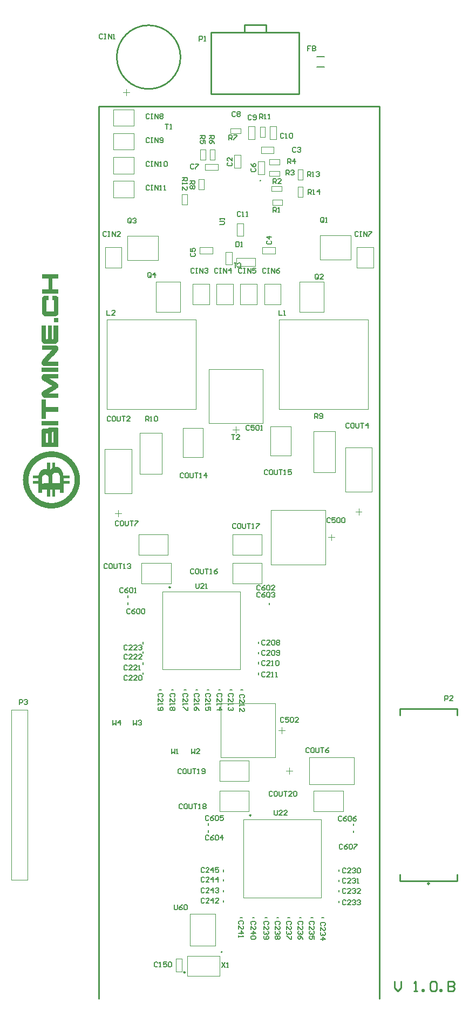
<source format=gto>
%FSLAX44Y44*%
%MOMM*%
G71*
G01*
G75*
%ADD10R,1.2000X0.8000*%
%ADD11C,1.0000*%
%ADD12R,2.0000X3.5000*%
%ADD13R,3.0000X4.0000*%
%ADD14R,4.0000X2.8000*%
%ADD15R,2.8000X4.0000*%
%ADD16R,4.0000X3.0000*%
%ADD17R,0.6000X0.5000*%
%ADD18R,1.6000X1.4000*%
%ADD19R,0.9500X0.9000*%
%ADD20R,2.0000X2.0000*%
%ADD21R,2.0000X3.2000*%
%ADD22R,3.5000X2.0000*%
%ADD23R,0.5000X0.6000*%
%ADD24C,2.0000*%
%ADD25R,1.0000X1.8000*%
%ADD26R,3.0000X0.8000*%
%ADD27R,3.2000X2.0000*%
%ADD28R,2.8000X1.5000*%
%ADD29R,7.7000X1.6000*%
%ADD30R,1.7000X1.6000*%
%ADD31R,1.6000X6.3000*%
%ADD32R,1.8000X0.2900*%
%ADD33R,8.7000X8.7000*%
%ADD34R,1.6000X1.7000*%
%ADD35R,5.1500X3.1500*%
%ADD36R,0.7000X0.2900*%
%ADD37R,0.2900X0.7000*%
%ADD38R,0.8000X1.2000*%
%ADD39R,1.1000X1.2000*%
%ADD40R,0.9000X0.9500*%
%ADD41R,4.5000X4.0000*%
%ADD42R,3.2000X3.0000*%
%ADD43R,4.5000X4.2000*%
%ADD44R,0.5500X1.7000*%
%ADD45R,1.7000X0.5500*%
%ADD46R,4.2000X4.5000*%
%ADD47C,0.2540*%
%ADD48C,4.5720*%
%ADD49C,5.0000*%
%ADD50C,0.2286*%
%ADD51C,0.7620*%
%ADD52C,1.0160*%
%ADD53C,0.2032*%
%ADD54C,0.6350*%
%ADD55R,1.6000X6.7000*%
%ADD56R,12.5000X1.4000*%
%ADD57R,1.7500X7.2000*%
%ADD58R,1.6000X5.6000*%
%ADD59R,12.6000X1.3500*%
%ADD60R,1.8000X7.0750*%
%ADD61R,6.2500X6.2500*%
%ADD62C,0.8100*%
%ADD63C,1.5240*%
%ADD64C,1.8500*%
%ADD65C,8.0000*%
%ADD66C,0.8000*%
%ADD67C,1.2700*%
%ADD68C,0.7112*%
%ADD69C,1.2700*%
%ADD70C,0.0500*%
%ADD71C,0.2000*%
%ADD72C,0.1270*%
G36*
X-83006Y928303D02*
X-64162D01*
Y920871D01*
X-83006D01*
Y909193D01*
X-89906D01*
Y939980D01*
X-83006D01*
Y928303D01*
D02*
G37*
G36*
X-64162Y973156D02*
X-77963D01*
Y972891D01*
X-77698D01*
Y972625D01*
X-77167D01*
Y972360D01*
X-76636D01*
Y972095D01*
X-76370D01*
Y971829D01*
X-75840D01*
Y971564D01*
X-75309D01*
Y971298D01*
X-74778D01*
Y971033D01*
X-74513D01*
Y970768D01*
X-73982D01*
Y970502D01*
X-73451D01*
Y970237D01*
X-72920D01*
Y969971D01*
X-72655D01*
Y969706D01*
X-72124D01*
Y969441D01*
X-71593D01*
Y969175D01*
X-71328D01*
Y968910D01*
X-70797D01*
Y968644D01*
X-70266D01*
Y968379D01*
X-70001D01*
Y968113D01*
X-69470D01*
Y967848D01*
X-68939D01*
Y967583D01*
X-68674D01*
Y967317D01*
X-68143D01*
Y967052D01*
X-67877D01*
Y966786D01*
X-67347D01*
Y966521D01*
X-67081D01*
Y966256D01*
X-66550D01*
Y965990D01*
X-66285D01*
Y965725D01*
X-66020D01*
Y965460D01*
X-65754D01*
Y965194D01*
X-65223D01*
Y964929D01*
X-64958D01*
Y964663D01*
X-64693D01*
Y964398D01*
X-64427D01*
Y963867D01*
X-64162D01*
Y958824D01*
X-64427D01*
Y958559D01*
X-64693D01*
Y958294D01*
X-64958D01*
Y958028D01*
X-65223D01*
Y957763D01*
X-65489D01*
Y957497D01*
X-66020D01*
Y957232D01*
X-66285D01*
Y956966D01*
X-66550D01*
Y956701D01*
X-67081D01*
Y956436D01*
X-67347D01*
Y956170D01*
X-67612D01*
Y955905D01*
X-68143D01*
Y955639D01*
X-68674D01*
Y955374D01*
X-68939D01*
Y955109D01*
X-69470D01*
Y954843D01*
X-69735D01*
Y954578D01*
X-70266D01*
Y954312D01*
X-70797D01*
Y954047D01*
X-71062D01*
Y953782D01*
X-71593D01*
Y953516D01*
X-72124D01*
Y953251D01*
X-72389D01*
Y952985D01*
X-72920D01*
Y952720D01*
X-73451D01*
Y952455D01*
X-73982D01*
Y952189D01*
X-74247D01*
Y951924D01*
X-74778D01*
Y951658D01*
X-75309D01*
Y951393D01*
X-75574D01*
Y951127D01*
X-76105D01*
Y950862D01*
X-76636D01*
Y950597D01*
X-77167D01*
Y950331D01*
X-77432D01*
Y950066D01*
X-77963D01*
Y949800D01*
X-64162D01*
Y942900D01*
X-86191D01*
Y943165D01*
X-86987D01*
Y943431D01*
X-87517D01*
Y943696D01*
X-87783D01*
Y943962D01*
X-88048D01*
Y944227D01*
X-88314D01*
Y944492D01*
X-88579D01*
Y945023D01*
X-88844D01*
Y945289D01*
X-89110D01*
Y945819D01*
X-89375D01*
Y946616D01*
X-89641D01*
Y947677D01*
X-89906D01*
Y950066D01*
X-89641D01*
Y950862D01*
X-89375D01*
Y951393D01*
X-89110D01*
Y951658D01*
X-88844D01*
Y952189D01*
X-88579D01*
Y952455D01*
X-88314D01*
Y952720D01*
X-88048D01*
Y952985D01*
X-87783D01*
Y953251D01*
X-87252D01*
Y953516D01*
X-86987D01*
Y953782D01*
X-86456D01*
Y954047D01*
X-85925D01*
Y954312D01*
X-85660D01*
Y954578D01*
X-85129D01*
Y954843D01*
X-84598D01*
Y955109D01*
X-84067D01*
Y955374D01*
X-83802D01*
Y955639D01*
X-83271D01*
Y955905D01*
X-82740D01*
Y956170D01*
X-82209D01*
Y956436D01*
X-81679D01*
Y956701D01*
X-81413D01*
Y956966D01*
X-80882D01*
Y957232D01*
X-80351D01*
Y957497D01*
X-79821D01*
Y957763D01*
X-79555D01*
Y958028D01*
X-79025D01*
Y958294D01*
X-78494D01*
Y958559D01*
X-77963D01*
Y958824D01*
X-77432D01*
Y959090D01*
X-77167D01*
Y959355D01*
X-76636D01*
Y959621D01*
X-76105D01*
Y959886D01*
X-75574D01*
Y960151D01*
X-75043D01*
Y960417D01*
X-74778D01*
Y960682D01*
X-74247D01*
Y960948D01*
X-73716D01*
Y961213D01*
X-73451D01*
Y961478D01*
X-73716D01*
Y961744D01*
X-73982D01*
Y962009D01*
X-74513D01*
Y962275D01*
X-75043D01*
Y962540D01*
X-75309D01*
Y962805D01*
X-75840D01*
Y963071D01*
X-76370D01*
Y963336D01*
X-76901D01*
Y963602D01*
X-77167D01*
Y963867D01*
X-77698D01*
Y964132D01*
X-78228D01*
Y964398D01*
X-78494D01*
Y964663D01*
X-79025D01*
Y964929D01*
X-79555D01*
Y965194D01*
X-80086D01*
Y965460D01*
X-80351D01*
Y965725D01*
X-80882D01*
Y965990D01*
X-81413D01*
Y966256D01*
X-81679D01*
Y966521D01*
X-82209D01*
Y966786D01*
X-82740D01*
Y967052D01*
X-83271D01*
Y967317D01*
X-83536D01*
Y967583D01*
X-84067D01*
Y967848D01*
X-84598D01*
Y968113D01*
X-85129D01*
Y968379D01*
X-85394D01*
Y968644D01*
X-85925D01*
Y968910D01*
X-86456D01*
Y969175D01*
X-86721D01*
Y969441D01*
X-87252D01*
Y969706D01*
X-87517D01*
Y969971D01*
X-88048D01*
Y970237D01*
X-88314D01*
Y970502D01*
X-88579D01*
Y970768D01*
X-88844D01*
Y971298D01*
X-89110D01*
Y971564D01*
X-89375D01*
Y972095D01*
X-89641D01*
Y972891D01*
X-89906D01*
Y975279D01*
X-89641D01*
Y976341D01*
X-89375D01*
Y976872D01*
X-89110D01*
Y977403D01*
X-88844D01*
Y977934D01*
X-88579D01*
Y978199D01*
X-88314D01*
Y978730D01*
X-88048D01*
Y978995D01*
X-87783D01*
Y979261D01*
X-87252D01*
Y979526D01*
X-86721D01*
Y979791D01*
X-64162D01*
Y973156D01*
D02*
G37*
G36*
Y899373D02*
X-89906D01*
Y906274D01*
X-64162D01*
Y899373D01*
D02*
G37*
G36*
X-73982Y858501D02*
X-69735D01*
Y858235D01*
X-67612D01*
Y857970D01*
X-66020D01*
Y857704D01*
X-64693D01*
Y857439D01*
X-63631D01*
Y857174D01*
X-62569D01*
Y856908D01*
X-61773D01*
Y856643D01*
X-60977D01*
Y856377D01*
X-60181D01*
Y856112D01*
X-59384D01*
Y855847D01*
X-58588D01*
Y855581D01*
X-57792D01*
Y855316D01*
X-57261D01*
Y855051D01*
X-56730D01*
Y854785D01*
X-55934D01*
Y854520D01*
X-55403D01*
Y854254D01*
X-54872D01*
Y853989D01*
X-54342D01*
Y853723D01*
X-53811D01*
Y853458D01*
X-53280D01*
Y853193D01*
X-52749D01*
Y852927D01*
X-52484D01*
Y852662D01*
X-51953D01*
Y852396D01*
X-51422D01*
Y852131D01*
X-51157D01*
Y851866D01*
X-50626D01*
Y851600D01*
X-50095D01*
Y851335D01*
X-49830D01*
Y851069D01*
X-49299D01*
Y850804D01*
X-49034D01*
Y850539D01*
X-48768D01*
Y850273D01*
X-48237D01*
Y850008D01*
X-47972D01*
Y849742D01*
X-47441D01*
Y849477D01*
X-47176D01*
Y849212D01*
X-46910D01*
Y848946D01*
X-46645D01*
Y848681D01*
X-46114D01*
Y848415D01*
X-45849D01*
Y848150D01*
X-45583D01*
Y847885D01*
X-45318D01*
Y847619D01*
X-45052D01*
Y847354D01*
X-44522D01*
Y847088D01*
X-44256D01*
Y846823D01*
X-43991D01*
Y846557D01*
X-43726D01*
Y846292D01*
X-43460D01*
Y846027D01*
X-43195D01*
Y845761D01*
X-42929D01*
Y845496D01*
X-42664D01*
Y845230D01*
X-42398D01*
Y844965D01*
X-42133D01*
Y844700D01*
X-41868D01*
Y844434D01*
X-41602D01*
Y844169D01*
X-41337D01*
Y843903D01*
X-41071D01*
Y843373D01*
X-40806D01*
Y843107D01*
X-40541D01*
Y842842D01*
X-40275D01*
Y842576D01*
X-40010D01*
Y842311D01*
X-39744D01*
Y842046D01*
X-39479D01*
Y841515D01*
X-39214D01*
Y841249D01*
X-38948D01*
Y840984D01*
X-38683D01*
Y840453D01*
X-38417D01*
Y840188D01*
X-38152D01*
Y839922D01*
X-37887D01*
Y839391D01*
X-37621D01*
Y839126D01*
X-37356D01*
Y838595D01*
X-37090D01*
Y838330D01*
X-36825D01*
Y837799D01*
X-36560D01*
Y837534D01*
X-36294D01*
Y837003D01*
X-36029D01*
Y836472D01*
X-35763D01*
Y836207D01*
X-35498D01*
Y835676D01*
X-35233D01*
Y835145D01*
X-34967D01*
Y834614D01*
X-34702D01*
Y834083D01*
X-34436D01*
Y833553D01*
X-34171D01*
Y833022D01*
X-33905D01*
Y832491D01*
X-33640D01*
Y831960D01*
X-33375D01*
Y831429D01*
X-33109D01*
Y830633D01*
X-32844D01*
Y830102D01*
X-32578D01*
Y829306D01*
X-32313D01*
Y828775D01*
X-32048D01*
Y827979D01*
X-31782D01*
Y826917D01*
X-31517D01*
Y826121D01*
X-31251D01*
Y825325D01*
X-30986D01*
Y824263D01*
X-30721D01*
Y822936D01*
X-30455D01*
Y821609D01*
X-30190D01*
Y820017D01*
X-29924D01*
Y817628D01*
X-29659D01*
Y810197D01*
X-29924D01*
Y807808D01*
X-30190D01*
Y805950D01*
X-30455D01*
Y804623D01*
X-30721D01*
Y803562D01*
X-30986D01*
Y802500D01*
X-31251D01*
Y801438D01*
X-31517D01*
Y800642D01*
X-31782D01*
Y799846D01*
X-32048D01*
Y799050D01*
X-32313D01*
Y798253D01*
X-32578D01*
Y797457D01*
X-32844D01*
Y796926D01*
X-33109D01*
Y796396D01*
X-33375D01*
Y795600D01*
X-33640D01*
Y795069D01*
X-33905D01*
Y794538D01*
X-34171D01*
Y794007D01*
X-34436D01*
Y793476D01*
X-34702D01*
Y792945D01*
X-34967D01*
Y792415D01*
X-35233D01*
Y791884D01*
X-35498D01*
Y791618D01*
X-35763D01*
Y791087D01*
X-36029D01*
Y790557D01*
X-36294D01*
Y790291D01*
X-36560D01*
Y789761D01*
X-36825D01*
Y789495D01*
X-37090D01*
Y788964D01*
X-37356D01*
Y788699D01*
X-37621D01*
Y788168D01*
X-37887D01*
Y787903D01*
X-38152D01*
Y787372D01*
X-38417D01*
Y787106D01*
X-38683D01*
Y786841D01*
X-38948D01*
Y786310D01*
X-39214D01*
Y786045D01*
X-39479D01*
Y785779D01*
X-39744D01*
Y785514D01*
X-40010D01*
Y784983D01*
X-40275D01*
Y784718D01*
X-40541D01*
Y784452D01*
X-40806D01*
Y784187D01*
X-41071D01*
Y783922D01*
X-41337D01*
Y783656D01*
X-41602D01*
Y783391D01*
X-41868D01*
Y783125D01*
X-42133D01*
Y782595D01*
X-42398D01*
Y782329D01*
X-42664D01*
Y782064D01*
X-42929D01*
Y781798D01*
X-43195D01*
Y781533D01*
X-43726D01*
Y781267D01*
X-43991D01*
Y781002D01*
X-44256D01*
Y780737D01*
X-44522D01*
Y780471D01*
X-44787D01*
Y780206D01*
X-45052D01*
Y779940D01*
X-45318D01*
Y779675D01*
X-45583D01*
Y779410D01*
X-46114D01*
Y779144D01*
X-46379D01*
Y778879D01*
X-46645D01*
Y778614D01*
X-46910D01*
Y778348D01*
X-47441D01*
Y778083D01*
X-47707D01*
Y777817D01*
X-47972D01*
Y777552D01*
X-48503D01*
Y777286D01*
X-48768D01*
Y777021D01*
X-49299D01*
Y776756D01*
X-49564D01*
Y776490D01*
X-49830D01*
Y776225D01*
X-50361D01*
Y775959D01*
X-50891D01*
Y775694D01*
X-51157D01*
Y775429D01*
X-51688D01*
Y775163D01*
X-52218D01*
Y774898D01*
X-52484D01*
Y774632D01*
X-53015D01*
Y774367D01*
X-53545D01*
Y774102D01*
X-54076D01*
Y773836D01*
X-54607D01*
Y773571D01*
X-55138D01*
Y773305D01*
X-55669D01*
Y773040D01*
X-56200D01*
Y772775D01*
X-56996D01*
Y772509D01*
X-57527D01*
Y772244D01*
X-58057D01*
Y771978D01*
X-58854D01*
Y771713D01*
X-59650D01*
Y771448D01*
X-60446D01*
Y771182D01*
X-61242D01*
Y770917D01*
X-62038D01*
Y770651D01*
X-63100D01*
Y770386D01*
X-64162D01*
Y770120D01*
X-65223D01*
Y769855D01*
X-66550D01*
Y769590D01*
X-68408D01*
Y769324D01*
X-70797D01*
Y769059D01*
X-78228D01*
Y769324D01*
X-80617D01*
Y769590D01*
X-82209D01*
Y769855D01*
X-83536D01*
Y770120D01*
X-84863D01*
Y770386D01*
X-85925D01*
Y770651D01*
X-86721D01*
Y770917D01*
X-87783D01*
Y771182D01*
X-88579D01*
Y771448D01*
X-89375D01*
Y771713D01*
X-89906D01*
Y771978D01*
X-90702D01*
Y772244D01*
X-91233D01*
Y772509D01*
X-92029D01*
Y772775D01*
X-92560D01*
Y773040D01*
X-93091D01*
Y773305D01*
X-93622D01*
Y773571D01*
X-94418D01*
Y773836D01*
X-94949D01*
Y774102D01*
X-95214D01*
Y774367D01*
X-95745D01*
Y774632D01*
X-96276D01*
Y774898D01*
X-96807D01*
Y775163D01*
X-97338D01*
Y775429D01*
X-97603D01*
Y775694D01*
X-98134D01*
Y775959D01*
X-98399D01*
Y776225D01*
X-98930D01*
Y776490D01*
X-99195D01*
Y776756D01*
X-99726D01*
Y777021D01*
X-99992D01*
Y777286D01*
X-100522D01*
Y777552D01*
X-100788D01*
Y777817D01*
X-101319D01*
Y778083D01*
X-101584D01*
Y778348D01*
X-101849D01*
Y778614D01*
X-102115D01*
Y778879D01*
X-102646D01*
Y779144D01*
X-102911D01*
Y779410D01*
X-103176D01*
Y779675D01*
X-103442D01*
Y779940D01*
X-103707D01*
Y780206D01*
X-104238D01*
Y780471D01*
X-104503D01*
Y780737D01*
X-104769D01*
Y781002D01*
X-105034D01*
Y781267D01*
X-105300D01*
Y781533D01*
X-105565D01*
Y781798D01*
X-105830D01*
Y782064D01*
X-106096D01*
Y782329D01*
X-106361D01*
Y782595D01*
X-106627D01*
Y782860D01*
X-106892D01*
Y783125D01*
X-107158D01*
Y783391D01*
X-107423D01*
Y783656D01*
X-107688D01*
Y783922D01*
X-107954D01*
Y784452D01*
X-108219D01*
Y784718D01*
X-108485D01*
Y784983D01*
X-108750D01*
Y785249D01*
X-109015D01*
Y785514D01*
X-109281D01*
Y785779D01*
X-109546D01*
Y786310D01*
X-109812D01*
Y786576D01*
X-110077D01*
Y786841D01*
X-110343D01*
Y787372D01*
X-110608D01*
Y787637D01*
X-110873D01*
Y787903D01*
X-111139D01*
Y788434D01*
X-111404D01*
Y788699D01*
X-111670D01*
Y789230D01*
X-111935D01*
Y789495D01*
X-112200D01*
Y790026D01*
X-112466D01*
Y790557D01*
X-112731D01*
Y790822D01*
X-112997D01*
Y791353D01*
X-113262D01*
Y791884D01*
X-113527D01*
Y792149D01*
X-113793D01*
Y792680D01*
X-114058D01*
Y793211D01*
X-114324D01*
Y793742D01*
X-114589D01*
Y794272D01*
X-114854D01*
Y794803D01*
X-115120D01*
Y795334D01*
X-115385D01*
Y796130D01*
X-115651D01*
Y796661D01*
X-115916D01*
Y797192D01*
X-116181D01*
Y797988D01*
X-116447D01*
Y798784D01*
X-116712D01*
Y799315D01*
X-116978D01*
Y800111D01*
X-117243D01*
Y801173D01*
X-117508D01*
Y801969D01*
X-117774D01*
Y803031D01*
X-118039D01*
Y804092D01*
X-118305D01*
Y805419D01*
X-118570D01*
Y807012D01*
X-118835D01*
Y808870D01*
X-119101D01*
Y813116D01*
X-119366D01*
Y814709D01*
X-119101D01*
Y818690D01*
X-118835D01*
Y820813D01*
X-118570D01*
Y822140D01*
X-118305D01*
Y823467D01*
X-118039D01*
Y824529D01*
X-117774D01*
Y825590D01*
X-117508D01*
Y826652D01*
X-117243D01*
Y827448D01*
X-116978D01*
Y828244D01*
X-116712D01*
Y829041D01*
X-116447D01*
Y829572D01*
X-116181D01*
Y830368D01*
X-115916D01*
Y830899D01*
X-115651D01*
Y831695D01*
X-115385D01*
Y832225D01*
X-115120D01*
Y832756D01*
X-114854D01*
Y833287D01*
X-114589D01*
Y833818D01*
X-114324D01*
Y834349D01*
X-114058D01*
Y834880D01*
X-113793D01*
Y835410D01*
X-113527D01*
Y835941D01*
X-113262D01*
Y836472D01*
X-112997D01*
Y836737D01*
X-112731D01*
Y837268D01*
X-112466D01*
Y837534D01*
X-112200D01*
Y838064D01*
X-111935D01*
Y838595D01*
X-111670D01*
Y838861D01*
X-111404D01*
Y839126D01*
X-111139D01*
Y839657D01*
X-110873D01*
Y839922D01*
X-110608D01*
Y840453D01*
X-110343D01*
Y840719D01*
X-110077D01*
Y840984D01*
X-109812D01*
Y841515D01*
X-109546D01*
Y841780D01*
X-109281D01*
Y842046D01*
X-109015D01*
Y842311D01*
X-108750D01*
Y842842D01*
X-108485D01*
Y843107D01*
X-108219D01*
Y843373D01*
X-107954D01*
Y843638D01*
X-107688D01*
Y843903D01*
X-107423D01*
Y844169D01*
X-107158D01*
Y844434D01*
X-106892D01*
Y844700D01*
X-106627D01*
Y844965D01*
X-106361D01*
Y845230D01*
X-106096D01*
Y845496D01*
X-105830D01*
Y845761D01*
X-105565D01*
Y846027D01*
X-105300D01*
Y846292D01*
X-105034D01*
Y846557D01*
X-104769D01*
Y846823D01*
X-104503D01*
Y847088D01*
X-104238D01*
Y847354D01*
X-103973D01*
Y847619D01*
X-103707D01*
Y847885D01*
X-103442D01*
Y848150D01*
X-102911D01*
Y848415D01*
X-102646D01*
Y848681D01*
X-102380D01*
Y848946D01*
X-102115D01*
Y849212D01*
X-101584D01*
Y849477D01*
X-101319D01*
Y849742D01*
X-101053D01*
Y850008D01*
X-100522D01*
Y850273D01*
X-100257D01*
Y850539D01*
X-99726D01*
Y850804D01*
X-99461D01*
Y851069D01*
X-99195D01*
Y851335D01*
X-98665D01*
Y851600D01*
X-98134D01*
Y851866D01*
X-97868D01*
Y852131D01*
X-97338D01*
Y852396D01*
X-96807D01*
Y852662D01*
X-96541D01*
Y852927D01*
X-96011D01*
Y853193D01*
X-95480D01*
Y853458D01*
X-94949D01*
Y853723D01*
X-94418D01*
Y853989D01*
X-93887D01*
Y854254D01*
X-93357D01*
Y854520D01*
X-92826D01*
Y854785D01*
X-92295D01*
Y855051D01*
X-91499D01*
Y855316D01*
X-90968D01*
Y855581D01*
X-90172D01*
Y855847D01*
X-89641D01*
Y856112D01*
X-88844D01*
Y856377D01*
X-88048D01*
Y856643D01*
X-87252D01*
Y856908D01*
X-86191D01*
Y857174D01*
X-85129D01*
Y857439D01*
X-84067D01*
Y857704D01*
X-82740D01*
Y857970D01*
X-81148D01*
Y858235D01*
X-79290D01*
Y858501D01*
X-74778D01*
Y858766D01*
X-73982D01*
Y858501D01*
D02*
G37*
G36*
X-66020Y896188D02*
X-65489D01*
Y895923D01*
X-64958D01*
Y895658D01*
X-64693D01*
Y895392D01*
X-64427D01*
Y894861D01*
X-64162D01*
Y865667D01*
X-89906D01*
Y892207D01*
X-89641D01*
Y893003D01*
X-89375D01*
Y893269D01*
X-89110D01*
Y893534D01*
X-88844D01*
Y893800D01*
X-88579D01*
Y894065D01*
X-88048D01*
Y894331D01*
X-80086D01*
Y894596D01*
X-79821D01*
Y895127D01*
X-79555D01*
Y895392D01*
X-79290D01*
Y895658D01*
X-79025D01*
Y895923D01*
X-78494D01*
Y896188D01*
X-77963D01*
Y896454D01*
X-66020D01*
Y896188D01*
D02*
G37*
G36*
X-64162Y982976D02*
X-89906D01*
Y989611D01*
X-64162D01*
Y982976D01*
D02*
G37*
G36*
X-67081Y1102409D02*
X-66550D01*
Y1102144D01*
X-66020D01*
Y1101878D01*
X-65489D01*
Y1101613D01*
X-65223D01*
Y1101348D01*
X-64958D01*
Y1101082D01*
X-64693D01*
Y1100817D01*
X-64427D01*
Y1100551D01*
X-64162D01*
Y1100020D01*
X-63896D01*
Y1099755D01*
X-63631D01*
Y1098959D01*
X-63366D01*
Y1074541D01*
X-63631D01*
Y1073745D01*
X-63896D01*
Y1073480D01*
X-64162D01*
Y1072949D01*
X-64427D01*
Y1072684D01*
X-64693D01*
Y1072418D01*
X-64958D01*
Y1072153D01*
X-65223D01*
Y1071887D01*
X-65489D01*
Y1071622D01*
X-66020D01*
Y1071357D01*
X-66285D01*
Y1071091D01*
X-67081D01*
Y1070826D01*
X-85660D01*
Y1071091D01*
X-86191D01*
Y1071357D01*
X-86721D01*
Y1071622D01*
X-86987D01*
Y1071887D01*
X-87252D01*
Y1072153D01*
X-87517D01*
Y1072418D01*
X-87783D01*
Y1072684D01*
X-88048D01*
Y1072949D01*
X-88314D01*
Y1073480D01*
X-88579D01*
Y1073745D01*
X-88844D01*
Y1074276D01*
X-89110D01*
Y1099224D01*
X-88844D01*
Y1099755D01*
X-88579D01*
Y1100286D01*
X-88314D01*
Y1100551D01*
X-88048D01*
Y1100817D01*
X-87783D01*
Y1101082D01*
X-87517D01*
Y1101348D01*
X-87252D01*
Y1101613D01*
X-86987D01*
Y1101878D01*
X-86456D01*
Y1102144D01*
X-86191D01*
Y1102409D01*
X-85394D01*
Y1102674D01*
X-79025D01*
Y1095508D01*
X-82209D01*
Y1077992D01*
X-70532D01*
Y1095508D01*
X-73451D01*
Y1102674D01*
X-67081D01*
Y1102409D01*
D02*
G37*
G36*
X-63366Y1130011D02*
X-73186D01*
Y1112495D01*
X-63366D01*
Y1105594D01*
X-89110D01*
Y1112495D01*
X-79290D01*
Y1129746D01*
X-89110D01*
Y1136646D01*
X-63366D01*
Y1130011D01*
D02*
G37*
G36*
Y1061006D02*
X-70266D01*
Y1067906D01*
X-63366D01*
Y1061006D01*
D02*
G37*
G36*
X-64162Y1030749D02*
X-64427D01*
Y1030219D01*
X-64693D01*
Y1029688D01*
X-64958D01*
Y1029422D01*
X-65223D01*
Y1029157D01*
X-65489D01*
Y1028892D01*
X-65754D01*
Y1028626D01*
X-66020D01*
Y1028361D01*
X-66285D01*
Y1028095D01*
X-66816D01*
Y1027830D01*
X-67347D01*
Y1027564D01*
X-67877D01*
Y1027299D01*
X-85925D01*
Y1027564D01*
X-86721D01*
Y1027830D01*
X-87252D01*
Y1028095D01*
X-87517D01*
Y1028361D01*
X-88048D01*
Y1028626D01*
X-88314D01*
Y1028892D01*
X-88579D01*
Y1029422D01*
X-88844D01*
Y1029688D01*
X-89110D01*
Y1029953D01*
X-89375D01*
Y1030484D01*
X-89641D01*
Y1031280D01*
X-89906D01*
Y1056228D01*
X-83006D01*
Y1034996D01*
X-82740D01*
Y1034731D01*
X-81944D01*
Y1034465D01*
X-81413D01*
Y1034731D01*
X-80086D01*
Y1056228D01*
X-73982D01*
Y1034731D01*
X-72655D01*
Y1034465D01*
X-71859D01*
Y1034731D01*
X-71062D01*
Y1056228D01*
X-64162D01*
Y1030749D01*
D02*
G37*
G36*
X-66020Y1024114D02*
X-65489D01*
Y1023849D01*
X-65223D01*
Y1023583D01*
X-64958D01*
Y1023053D01*
X-64693D01*
Y1022787D01*
X-64427D01*
Y1021991D01*
X-64162D01*
Y1020664D01*
X-63896D01*
Y1018010D01*
X-64162D01*
Y1017214D01*
X-64427D01*
Y1016683D01*
X-64693D01*
Y1016152D01*
X-64958D01*
Y1015887D01*
X-65223D01*
Y1015356D01*
X-65489D01*
Y1015090D01*
X-65754D01*
Y1014560D01*
X-66020D01*
Y1014294D01*
X-66285D01*
Y1014029D01*
X-66550D01*
Y1013763D01*
X-66816D01*
Y1013233D01*
X-67081D01*
Y1012967D01*
X-67347D01*
Y1012702D01*
X-67612D01*
Y1012436D01*
X-67877D01*
Y1012171D01*
X-68143D01*
Y1011906D01*
X-68408D01*
Y1011640D01*
X-68674D01*
Y1011375D01*
X-68939D01*
Y1011109D01*
X-69205D01*
Y1010579D01*
X-69470D01*
Y1010313D01*
X-69735D01*
Y1010048D01*
X-70001D01*
Y1009782D01*
X-70266D01*
Y1009517D01*
X-70532D01*
Y1009251D01*
X-70797D01*
Y1008986D01*
X-71062D01*
Y1008721D01*
X-71328D01*
Y1008455D01*
X-71593D01*
Y1008190D01*
X-71859D01*
Y1007924D01*
X-72389D01*
Y1007659D01*
X-72655D01*
Y1007394D01*
X-72920D01*
Y1007128D01*
X-73186D01*
Y1006863D01*
X-73451D01*
Y1006597D01*
X-73716D01*
Y1006332D01*
X-73982D01*
Y1006067D01*
X-74247D01*
Y1005801D01*
X-74513D01*
Y1005536D01*
X-74778D01*
Y1005270D01*
X-75043D01*
Y1005005D01*
X-75309D01*
Y1004474D01*
X-75574D01*
Y1004209D01*
X-75840D01*
Y1003943D01*
X-76105D01*
Y1003678D01*
X-76370D01*
Y1003412D01*
X-76636D01*
Y1003147D01*
X-76901D01*
Y1002882D01*
X-77167D01*
Y1002616D01*
X-77432D01*
Y1002351D01*
X-77698D01*
Y1002085D01*
X-77963D01*
Y1001820D01*
X-78228D01*
Y1001555D01*
X-78494D01*
Y1001289D01*
X-78759D01*
Y1000759D01*
X-79025D01*
Y1000493D01*
X-79290D01*
Y1000228D01*
X-79555D01*
Y999697D01*
X-79821D01*
Y999432D01*
X-64162D01*
Y992531D01*
X-86721D01*
Y992796D01*
X-87517D01*
Y993062D01*
X-88048D01*
Y993327D01*
X-88314D01*
Y993593D01*
X-88579D01*
Y993858D01*
X-88844D01*
Y994389D01*
X-89110D01*
Y994654D01*
X-89375D01*
Y995450D01*
X-89641D01*
Y996512D01*
X-89906D01*
Y998635D01*
X-89641D01*
Y999432D01*
X-89375D01*
Y1000228D01*
X-89110D01*
Y1000759D01*
X-88844D01*
Y1001024D01*
X-88579D01*
Y1001555D01*
X-88314D01*
Y1001820D01*
X-88048D01*
Y1002351D01*
X-87783D01*
Y1002616D01*
X-87517D01*
Y1002882D01*
X-87252D01*
Y1003412D01*
X-86987D01*
Y1003678D01*
X-86721D01*
Y1003943D01*
X-86456D01*
Y1004209D01*
X-86191D01*
Y1004740D01*
X-85925D01*
Y1005005D01*
X-85660D01*
Y1005270D01*
X-85394D01*
Y1005536D01*
X-85129D01*
Y1005801D01*
X-84863D01*
Y1006067D01*
X-84598D01*
Y1006332D01*
X-84333D01*
Y1006597D01*
X-84067D01*
Y1006863D01*
X-83802D01*
Y1007394D01*
X-83536D01*
Y1007659D01*
X-83271D01*
Y1007924D01*
X-83006D01*
Y1008190D01*
X-82740D01*
Y1008455D01*
X-82475D01*
Y1008721D01*
X-82209D01*
Y1008986D01*
X-81944D01*
Y1009251D01*
X-81679D01*
Y1009517D01*
X-81413D01*
Y1009782D01*
X-81148D01*
Y1010048D01*
X-80882D01*
Y1010313D01*
X-80617D01*
Y1010579D01*
X-80351D01*
Y1010844D01*
X-80086D01*
Y1011109D01*
X-79821D01*
Y1011375D01*
X-79555D01*
Y1011640D01*
X-79290D01*
Y1011906D01*
X-79025D01*
Y1012171D01*
X-78759D01*
Y1012436D01*
X-78494D01*
Y1012702D01*
X-78228D01*
Y1012967D01*
X-77963D01*
Y1013233D01*
X-77698D01*
Y1013498D01*
X-77432D01*
Y1013763D01*
X-77167D01*
Y1014029D01*
X-76901D01*
Y1014294D01*
X-76636D01*
Y1014560D01*
X-76370D01*
Y1014825D01*
X-76105D01*
Y1015090D01*
X-75840D01*
Y1015356D01*
X-75574D01*
Y1015621D01*
X-75309D01*
Y1015887D01*
X-75043D01*
Y1016152D01*
X-74778D01*
Y1016417D01*
X-74513D01*
Y1016948D01*
X-74247D01*
Y1017214D01*
X-73982D01*
Y1017745D01*
X-89375D01*
Y1024380D01*
X-66020D01*
Y1024114D01*
D02*
G37*
%LPC*%
G36*
X-70266Y849742D02*
X-78228D01*
Y849477D01*
X-80351D01*
Y849212D01*
X-81679D01*
Y848946D01*
X-83006D01*
Y848681D01*
X-83802D01*
Y848415D01*
X-84863D01*
Y848150D01*
X-85660D01*
Y847885D01*
X-86456D01*
Y847619D01*
X-87252D01*
Y847354D01*
X-87783D01*
Y847088D01*
X-88579D01*
Y846823D01*
X-89110D01*
Y846557D01*
X-89641D01*
Y846292D01*
X-90172D01*
Y846027D01*
X-90702D01*
Y845761D01*
X-91233D01*
Y845496D01*
X-91764D01*
Y845230D01*
X-92295D01*
Y844965D01*
X-92826D01*
Y844700D01*
X-93091D01*
Y844434D01*
X-93622D01*
Y844169D01*
X-93887D01*
Y843903D01*
X-94418D01*
Y843638D01*
X-94684D01*
Y843373D01*
X-95214D01*
Y843107D01*
X-95480D01*
Y842842D01*
X-96011D01*
Y842576D01*
X-96276D01*
Y842311D01*
X-96541D01*
Y842046D01*
X-96807D01*
Y841780D01*
X-97338D01*
Y841515D01*
X-97603D01*
Y841249D01*
X-97868D01*
Y840984D01*
X-98134D01*
Y840719D01*
X-98399D01*
Y840453D01*
X-98665D01*
Y840188D01*
X-98930D01*
Y839922D01*
X-99461D01*
Y839657D01*
X-99726D01*
Y839391D01*
X-99992D01*
Y839126D01*
X-100257D01*
Y838861D01*
X-100522D01*
Y838330D01*
X-100788D01*
Y838064D01*
X-101053D01*
Y837799D01*
X-101319D01*
Y837534D01*
X-101584D01*
Y837268D01*
X-101849D01*
Y837003D01*
X-102115D01*
Y836737D01*
X-102380D01*
Y836207D01*
X-102646D01*
Y835941D01*
X-102911D01*
Y835676D01*
X-103176D01*
Y835145D01*
X-103442D01*
Y834880D01*
X-103707D01*
Y834614D01*
X-103973D01*
Y834083D01*
X-104238D01*
Y833818D01*
X-104503D01*
Y833287D01*
X-104769D01*
Y833022D01*
X-105034D01*
Y832491D01*
X-105300D01*
Y831960D01*
X-105565D01*
Y831695D01*
X-105830D01*
Y831164D01*
X-106096D01*
Y830633D01*
X-106361D01*
Y830102D01*
X-106627D01*
Y829572D01*
X-106892D01*
Y829041D01*
X-107158D01*
Y828510D01*
X-107423D01*
Y827714D01*
X-107688D01*
Y827183D01*
X-107954D01*
Y826387D01*
X-108219D01*
Y825856D01*
X-108485D01*
Y825060D01*
X-108750D01*
Y823998D01*
X-109015D01*
Y823202D01*
X-109281D01*
Y822140D01*
X-109546D01*
Y820813D01*
X-109812D01*
Y819486D01*
X-110077D01*
Y817097D01*
X-110343D01*
Y810462D01*
X-110077D01*
Y808074D01*
X-109812D01*
Y806747D01*
X-109546D01*
Y805419D01*
X-109281D01*
Y804358D01*
X-109015D01*
Y803296D01*
X-108750D01*
Y802500D01*
X-108485D01*
Y801704D01*
X-108219D01*
Y800908D01*
X-107954D01*
Y800377D01*
X-107688D01*
Y799581D01*
X-107423D01*
Y799050D01*
X-107158D01*
Y798519D01*
X-106892D01*
Y797988D01*
X-106627D01*
Y797457D01*
X-106361D01*
Y796926D01*
X-106096D01*
Y796396D01*
X-105830D01*
Y795865D01*
X-105565D01*
Y795600D01*
X-105300D01*
Y795069D01*
X-105034D01*
Y794538D01*
X-104769D01*
Y794272D01*
X-104503D01*
Y793742D01*
X-104238D01*
Y793476D01*
X-103973D01*
Y792945D01*
X-103707D01*
Y792680D01*
X-103442D01*
Y792149D01*
X-103176D01*
Y791884D01*
X-102911D01*
Y791618D01*
X-102646D01*
Y791353D01*
X-102380D01*
Y790822D01*
X-102115D01*
Y790557D01*
X-101849D01*
Y790291D01*
X-101584D01*
Y790026D01*
X-101319D01*
Y789761D01*
X-101053D01*
Y789495D01*
X-100788D01*
Y788964D01*
X-100522D01*
Y788699D01*
X-100257D01*
Y788434D01*
X-99992D01*
Y788168D01*
X-99726D01*
Y787903D01*
X-99461D01*
Y787637D01*
X-99195D01*
Y787372D01*
X-98930D01*
Y787106D01*
X-98399D01*
Y786841D01*
X-98134D01*
Y786576D01*
X-97868D01*
Y786310D01*
X-97603D01*
Y786045D01*
X-97338D01*
Y785779D01*
X-97072D01*
Y785514D01*
X-96541D01*
Y785249D01*
X-96276D01*
Y784983D01*
X-96011D01*
Y784718D01*
X-95480D01*
Y784452D01*
X-95214D01*
Y784187D01*
X-94949D01*
Y783922D01*
X-94418D01*
Y783656D01*
X-94153D01*
Y783391D01*
X-93622D01*
Y783125D01*
X-93091D01*
Y782860D01*
X-92826D01*
Y782595D01*
X-92295D01*
Y782329D01*
X-91764D01*
Y782064D01*
X-91233D01*
Y781798D01*
X-90702D01*
Y781533D01*
X-90437D01*
Y781267D01*
X-89641D01*
Y781002D01*
X-89110D01*
Y780737D01*
X-88579D01*
Y780471D01*
X-88048D01*
Y780206D01*
X-87252D01*
Y779940D01*
X-86456D01*
Y779675D01*
X-85660D01*
Y779410D01*
X-84863D01*
Y779144D01*
X-84067D01*
Y778879D01*
X-83006D01*
Y778614D01*
X-81944D01*
Y778348D01*
X-80351D01*
Y778083D01*
X-78494D01*
Y777817D01*
X-70001D01*
Y778083D01*
X-68143D01*
Y778348D01*
X-66816D01*
Y778614D01*
X-65489D01*
Y778879D01*
X-64693D01*
Y779144D01*
X-63631D01*
Y779410D01*
X-62835D01*
Y779675D01*
X-62038D01*
Y779940D01*
X-61242D01*
Y780206D01*
X-60711D01*
Y780471D01*
X-60181D01*
Y780737D01*
X-59384D01*
Y781002D01*
X-58854D01*
Y781267D01*
X-58323D01*
Y781533D01*
X-57792D01*
Y781798D01*
X-57261D01*
Y782064D01*
X-56730D01*
Y782329D01*
X-56200D01*
Y782595D01*
X-55934D01*
Y782860D01*
X-55403D01*
Y783125D01*
X-55138D01*
Y783391D01*
X-54607D01*
Y783656D01*
X-54076D01*
Y783922D01*
X-53811D01*
Y784187D01*
X-53545D01*
Y784452D01*
X-53015D01*
Y784718D01*
X-52749D01*
Y784983D01*
X-52218D01*
Y785249D01*
X-51953D01*
Y785514D01*
X-51688D01*
Y785779D01*
X-51422D01*
Y786045D01*
X-51157D01*
Y786310D01*
X-50626D01*
Y786576D01*
X-50361D01*
Y786841D01*
X-50095D01*
Y787106D01*
X-49830D01*
Y787372D01*
X-49564D01*
Y787637D01*
X-49299D01*
Y787903D01*
X-49034D01*
Y788168D01*
X-48768D01*
Y788434D01*
X-48503D01*
Y788699D01*
X-48237D01*
Y788964D01*
X-47972D01*
Y789230D01*
X-47707D01*
Y789495D01*
X-47441D01*
Y789761D01*
X-47176D01*
Y790026D01*
X-46910D01*
Y790291D01*
X-46645D01*
Y790822D01*
X-46379D01*
Y791087D01*
X-46114D01*
Y791353D01*
X-45849D01*
Y791618D01*
X-45583D01*
Y792149D01*
X-45318D01*
Y792415D01*
X-45052D01*
Y792680D01*
X-44787D01*
Y793211D01*
X-44522D01*
Y793476D01*
X-44256D01*
Y794007D01*
X-43991D01*
Y794272D01*
X-43726D01*
Y794803D01*
X-43460D01*
Y795334D01*
X-43195D01*
Y795600D01*
X-42929D01*
Y796130D01*
X-42664D01*
Y796661D01*
X-42398D01*
Y797192D01*
X-42133D01*
Y797723D01*
X-41868D01*
Y798253D01*
X-41602D01*
Y798784D01*
X-41337D01*
Y799315D01*
X-41071D01*
Y800111D01*
X-40806D01*
Y800642D01*
X-40541D01*
Y801438D01*
X-40275D01*
Y802235D01*
X-40010D01*
Y803031D01*
X-39744D01*
Y803827D01*
X-39479D01*
Y804889D01*
X-39214D01*
Y805950D01*
X-38948D01*
Y807277D01*
X-38683D01*
Y809135D01*
X-38417D01*
Y812320D01*
X-38152D01*
Y814974D01*
X-38417D01*
Y818424D01*
X-38683D01*
Y820282D01*
X-38948D01*
Y821609D01*
X-39214D01*
Y822671D01*
X-39479D01*
Y823733D01*
X-39744D01*
Y824529D01*
X-40010D01*
Y825325D01*
X-40275D01*
Y826121D01*
X-40541D01*
Y826917D01*
X-40806D01*
Y827448D01*
X-41071D01*
Y828244D01*
X-41337D01*
Y828775D01*
X-41602D01*
Y829306D01*
X-41868D01*
Y829837D01*
X-42133D01*
Y830368D01*
X-42398D01*
Y830899D01*
X-42664D01*
Y831429D01*
X-42929D01*
Y831960D01*
X-43195D01*
Y832225D01*
X-43460D01*
Y832756D01*
X-43726D01*
Y833022D01*
X-43991D01*
Y833553D01*
X-44256D01*
Y834083D01*
X-44522D01*
Y834349D01*
X-44787D01*
Y834614D01*
X-45052D01*
Y835145D01*
X-45318D01*
Y835410D01*
X-45583D01*
Y835676D01*
X-45849D01*
Y836207D01*
X-46114D01*
Y836472D01*
X-46379D01*
Y836737D01*
X-46645D01*
Y837003D01*
X-46910D01*
Y837534D01*
X-47176D01*
Y837799D01*
X-47441D01*
Y838064D01*
X-47707D01*
Y838330D01*
X-47972D01*
Y838595D01*
X-48237D01*
Y838861D01*
X-48503D01*
Y839126D01*
X-48768D01*
Y839391D01*
X-49034D01*
Y839657D01*
X-49299D01*
Y839922D01*
X-49564D01*
Y840188D01*
X-49830D01*
Y840453D01*
X-50095D01*
Y840719D01*
X-50361D01*
Y840984D01*
X-50626D01*
Y841249D01*
X-51157D01*
Y841515D01*
X-51422D01*
Y841780D01*
X-51688D01*
Y842046D01*
X-51953D01*
Y842311D01*
X-52484D01*
Y842576D01*
X-52749D01*
Y842842D01*
X-53015D01*
Y843107D01*
X-53545D01*
Y843373D01*
X-53811D01*
Y843638D01*
X-54342D01*
Y843903D01*
X-54607D01*
Y844169D01*
X-55138D01*
Y844434D01*
X-55403D01*
Y844700D01*
X-55934D01*
Y844965D01*
X-56465D01*
Y845230D01*
X-56730D01*
Y845496D01*
X-57261D01*
Y845761D01*
X-57792D01*
Y846027D01*
X-58323D01*
Y846292D01*
X-58854D01*
Y846557D01*
X-59384D01*
Y846823D01*
X-60181D01*
Y847088D01*
X-60711D01*
Y847354D01*
X-61508D01*
Y847619D01*
X-62038D01*
Y847885D01*
X-62835D01*
Y848150D01*
X-63896D01*
Y848415D01*
X-64693D01*
Y848681D01*
X-65754D01*
Y848946D01*
X-66816D01*
Y849212D01*
X-68408D01*
Y849477D01*
X-70266D01*
Y849742D01*
D02*
G37*
G36*
X-71328Y889023D02*
X-73451D01*
Y888757D01*
X-73716D01*
Y872302D01*
X-71062D01*
Y888492D01*
X-71328D01*
Y889023D01*
D02*
G37*
G36*
X-80351Y886899D02*
X-82740D01*
Y886368D01*
X-83006D01*
Y872302D01*
X-80086D01*
Y886634D01*
X-80351D01*
Y886899D01*
D02*
G37*
%LPD*%
G36*
X-68408Y834349D02*
X-65223D01*
Y834083D01*
X-64162D01*
Y833818D01*
X-63631D01*
Y833553D01*
X-62835D01*
Y833287D01*
X-62304D01*
Y833022D01*
X-62038D01*
Y832756D01*
X-61508D01*
Y832491D01*
X-61242D01*
Y832225D01*
X-60977D01*
Y831960D01*
X-60711D01*
Y831695D01*
X-60446D01*
Y831429D01*
X-60181D01*
Y831164D01*
X-59915D01*
Y830899D01*
X-59650D01*
Y830633D01*
X-59384D01*
Y830368D01*
X-59119D01*
Y829837D01*
X-58854D01*
Y829572D01*
X-58588D01*
Y829041D01*
X-58323D01*
Y828510D01*
X-58057D01*
Y827979D01*
X-57792D01*
Y827448D01*
X-57527D01*
Y826917D01*
X-57261D01*
Y826121D01*
X-56996D01*
Y825325D01*
X-56730D01*
Y824529D01*
X-56465D01*
Y823467D01*
X-56200D01*
Y822140D01*
X-55934D01*
Y820813D01*
X-46379D01*
Y816036D01*
X-55669D01*
Y812586D01*
X-46379D01*
Y807808D01*
X-55669D01*
Y793211D01*
X-61508D01*
Y799050D01*
X-68408D01*
Y787903D01*
X-73186D01*
Y799050D01*
X-76370D01*
Y787903D01*
X-81148D01*
Y799050D01*
X-89375D01*
Y793211D01*
X-94949D01*
Y807808D01*
X-103176D01*
Y812586D01*
X-94949D01*
Y816036D01*
X-103176D01*
Y820813D01*
X-94684D01*
Y821344D01*
X-94418D01*
Y822405D01*
X-94153D01*
Y823202D01*
X-93887D01*
Y823998D01*
X-93622D01*
Y824529D01*
X-93357D01*
Y825060D01*
X-93091D01*
Y825590D01*
X-92826D01*
Y826121D01*
X-92560D01*
Y826652D01*
X-92295D01*
Y826917D01*
X-92029D01*
Y827183D01*
X-91764D01*
Y827714D01*
X-91499D01*
Y827979D01*
X-91233D01*
Y828244D01*
X-90968D01*
Y828510D01*
X-90702D01*
Y828775D01*
X-90172D01*
Y829041D01*
X-89906D01*
Y829306D01*
X-89641D01*
Y829572D01*
X-89110D01*
Y829837D01*
X-88844D01*
Y830102D01*
X-88314D01*
Y830368D01*
X-87517D01*
Y830633D01*
X-86987D01*
Y830899D01*
X-85925D01*
Y831164D01*
X-83006D01*
Y830899D01*
X-81944D01*
Y830633D01*
X-81413D01*
Y830368D01*
X-81148D01*
Y840984D01*
X-76370D01*
Y829572D01*
X-76105D01*
Y830102D01*
X-75840D01*
Y830368D01*
X-75574D01*
Y830899D01*
X-75309D01*
Y831164D01*
X-75043D01*
Y831429D01*
X-74778D01*
Y831695D01*
X-74513D01*
Y831960D01*
X-74247D01*
Y832225D01*
X-73982D01*
Y832491D01*
X-73716D01*
Y832756D01*
X-73186D01*
Y840984D01*
X-68408D01*
Y834349D01*
D02*
G37*
%LPC*%
G36*
X-65489Y825325D02*
X-69205D01*
Y825060D01*
X-70001D01*
Y824794D01*
X-70532D01*
Y824529D01*
X-70797D01*
Y824263D01*
X-71062D01*
Y823998D01*
X-71328D01*
Y823733D01*
X-71593D01*
Y823467D01*
X-71859D01*
Y823202D01*
X-72124D01*
Y822671D01*
X-72389D01*
Y822140D01*
X-72655D01*
Y821344D01*
X-72920D01*
Y820282D01*
X-73186D01*
Y808604D01*
X-61508D01*
Y820282D01*
X-61773D01*
Y821344D01*
X-62038D01*
Y822140D01*
X-62304D01*
Y822671D01*
X-62569D01*
Y823202D01*
X-62835D01*
Y823467D01*
X-63100D01*
Y823733D01*
X-63366D01*
Y823998D01*
X-63631D01*
Y824263D01*
X-63896D01*
Y824529D01*
X-64427D01*
Y824794D01*
X-64958D01*
Y825060D01*
X-65489D01*
Y825325D01*
D02*
G37*
G36*
X-83536Y822140D02*
X-85129D01*
Y821875D01*
X-85925D01*
Y821609D01*
X-86456D01*
Y821344D01*
X-86987D01*
Y821078D01*
X-87252D01*
Y820813D01*
X-87517D01*
Y820548D01*
X-87783D01*
Y820282D01*
X-88048D01*
Y819751D01*
X-88314D01*
Y819486D01*
X-88579D01*
Y818955D01*
X-88844D01*
Y818159D01*
X-89110D01*
Y817363D01*
X-89375D01*
Y808339D01*
X-86987D01*
Y808604D01*
X-78759D01*
Y817894D01*
X-79025D01*
Y818424D01*
X-79290D01*
Y818955D01*
X-79555D01*
Y819486D01*
X-79821D01*
Y819751D01*
X-80086D01*
Y820282D01*
X-80351D01*
Y820548D01*
X-80617D01*
Y820813D01*
X-81148D01*
Y821078D01*
X-81413D01*
Y821344D01*
X-81944D01*
Y821609D01*
X-82475D01*
Y821875D01*
X-83536D01*
Y822140D01*
D02*
G37*
%LPD*%
D47*
X134997Y41499D02*
G03*
X134997Y41499I-1000J0D01*
G01*
X192750Y73500D02*
G03*
X192750Y73500I-500J0D01*
G01*
X518414Y181000D02*
G03*
X518414Y181000I-1414J0D01*
G01*
X238500Y288000D02*
G03*
X238500Y288000I-1000J0D01*
G01*
X112000Y645500D02*
G03*
X112000Y645500I-1000J0D01*
G01*
X253309Y1283250D02*
G03*
X253309Y1283250I-559J0D01*
G01*
X128010Y1477000D02*
G03*
X128010Y1477000I-50010J0D01*
G01*
X562000Y445000D02*
Y455000D01*
X472000D02*
X562000D01*
X472000Y445000D02*
Y455000D01*
X562000Y185000D02*
Y195000D01*
X472000Y185000D02*
X562000D01*
X472000D02*
Y195000D01*
X314000Y1419500D02*
Y1515500D01*
X176000Y1419500D02*
X314000D01*
X176000D02*
Y1515500D01*
X314000D01*
X228000D02*
Y1527500D01*
X262000D01*
Y1515500D02*
Y1527500D01*
X0Y0D02*
Y1400000D01*
X440000D01*
Y0D02*
Y1400000D01*
X464000Y27235D02*
Y17078D01*
X469078Y12000D01*
X474157Y17078D01*
Y27235D01*
X494470Y12000D02*
X499548D01*
X497009D01*
Y27235D01*
X494470Y24696D01*
X507166Y12000D02*
Y14539D01*
X509705D01*
Y12000D01*
X507166D01*
X519862Y24696D02*
X522401Y27235D01*
X527480D01*
X530019Y24696D01*
Y14539D01*
X527480Y12000D01*
X522401D01*
X519862Y14539D01*
Y24696D01*
X535097Y12000D02*
Y14539D01*
X537636D01*
Y12000D01*
X535097D01*
X547793Y27235D02*
Y12000D01*
X555410D01*
X557950Y14539D01*
Y17078D01*
X555410Y19618D01*
X547793D01*
X555410D01*
X557950Y22157D01*
Y24696D01*
X555410Y27235D01*
X547793D01*
D70*
X134500Y1245750D02*
X138500D01*
Y1261750D01*
X130500D02*
X138500D01*
X130500Y1245750D02*
Y1261750D01*
Y1245750D02*
X134500D01*
X312000Y1301000D02*
X316000D01*
X312000Y1285000D02*
Y1301000D01*
Y1285000D02*
X320000D01*
Y1301000D01*
X316000D02*
X320000D01*
X312000Y1273500D02*
X316000D01*
X312000Y1257500D02*
Y1273500D01*
Y1257500D02*
X320000D01*
Y1273500D01*
X316000D02*
X320000D01*
X172500Y902500D02*
Y987500D01*
X257500D01*
Y902500D02*
Y987500D01*
X172500Y902500D02*
X257500D01*
X210000Y892500D02*
X220000D01*
X215000Y887500D02*
Y897500D01*
X9000Y862500D02*
X30000D01*
X9000Y792500D02*
Y862500D01*
Y792500D02*
X51000D01*
Y862500D01*
X30000D02*
X51000D01*
X25000Y761250D02*
X35000D01*
X30000Y756250D02*
Y766250D01*
X269000Y898000D02*
X301000D01*
X269000Y852000D02*
Y898000D01*
Y852000D02*
X301000D01*
Y898000D01*
X255500Y696500D02*
Y728500D01*
X209500D02*
X255500D01*
X209500Y696500D02*
Y728500D01*
Y696500D02*
X255500D01*
Y651500D02*
Y683500D01*
X209500D02*
X255500D01*
X209500Y651500D02*
Y683500D01*
Y651500D02*
X255500D01*
X189500Y341500D02*
Y373500D01*
Y341500D02*
X235500D01*
Y373500D01*
X189500D02*
X235500D01*
X189500Y294000D02*
Y326000D01*
Y294000D02*
X235500D01*
Y326000D01*
X189500D02*
X235500D01*
X400000Y357500D02*
Y378500D01*
X330000D02*
X400000D01*
X330000Y336500D02*
Y378500D01*
Y336500D02*
X400000D01*
Y357500D01*
X298750Y352500D02*
Y362500D01*
X293750Y357500D02*
X303750D01*
X138997Y67499D02*
X188997D01*
Y35499D02*
Y67499D01*
X138997Y35499D02*
X188997D01*
X138997D02*
Y67499D01*
X120500Y43000D02*
X130500D01*
Y63000D01*
X120500D02*
X130500D01*
X120500Y43000D02*
Y63000D01*
X-137400Y186650D02*
X-112000D01*
X-137400D02*
Y453350D01*
X-112000D01*
Y186650D02*
Y453350D01*
X55000Y1257000D02*
Y1283000D01*
X23000D02*
X55000D01*
X23000Y1257000D02*
Y1283000D01*
Y1257000D02*
X55000D01*
Y1294000D02*
Y1320000D01*
X23000D02*
X55000D01*
X23000Y1294000D02*
Y1320000D01*
Y1294000D02*
X55000D01*
Y1331711D02*
Y1357711D01*
X23000D02*
X55000D01*
X23000Y1331711D02*
Y1357711D01*
Y1331711D02*
X55000D01*
Y1369000D02*
Y1395000D01*
X23000D02*
X55000D01*
X23000Y1369000D02*
Y1395000D01*
Y1369000D02*
X55000D01*
X270000Y681250D02*
X355000D01*
X270000D02*
Y766250D01*
X355000D01*
Y681250D02*
Y766250D01*
X365000Y718750D02*
Y728750D01*
X360000Y723750D02*
X370000D01*
X67000Y651500D02*
Y683500D01*
Y651500D02*
X113000D01*
Y683500D01*
X67000D02*
X113000D01*
X383000Y294000D02*
Y326000D01*
X337000D02*
X383000D01*
X337000Y294000D02*
Y326000D01*
Y294000D02*
X383000D01*
X183000Y83000D02*
Y133000D01*
X143000D02*
X183000D01*
X143000Y83000D02*
Y133000D01*
Y83000D02*
X183000D01*
X9500Y1178500D02*
X35500D01*
X9500Y1146500D02*
Y1178500D01*
Y1146500D02*
X35500D01*
Y1178500D01*
X226500Y281000D02*
X348500D01*
Y159000D02*
Y281000D01*
X226500Y159000D02*
X348500D01*
X226500D02*
Y281000D01*
X100000Y638500D02*
X222000D01*
Y516500D02*
Y638500D01*
X100000Y516500D02*
X222000D01*
X100000D02*
Y638500D01*
X256500Y1367500D02*
X260500D01*
Y1351500D02*
Y1367500D01*
X252500Y1351500D02*
X260500D01*
X252500D02*
Y1367500D01*
X256500D01*
X160500Y1285500D02*
X164500D01*
Y1269500D02*
Y1285500D01*
X156500Y1269500D02*
X164500D01*
X156500D02*
Y1285500D01*
X160500D01*
X222500Y1357500D02*
Y1361500D01*
X206500Y1357500D02*
X222500D01*
X206500D02*
Y1365500D01*
X222500D01*
Y1361500D02*
Y1365500D01*
X178000Y1332000D02*
X182000D01*
Y1316000D02*
Y1332000D01*
X174000Y1316000D02*
X182000D01*
X174000D02*
Y1332000D01*
X178000D01*
X163000D02*
X167000D01*
Y1316000D02*
Y1332000D01*
X159000Y1316000D02*
X167000D01*
X159000D02*
Y1332000D01*
X163000D01*
X283500Y1308500D02*
Y1312500D01*
X267500Y1308500D02*
X283500D01*
X267500D02*
Y1316500D01*
X283500D01*
Y1312500D02*
Y1316500D01*
Y1290500D02*
Y1294500D01*
X267500Y1290500D02*
X283500D01*
X267500D02*
Y1298500D01*
X283500D01*
Y1294500D02*
Y1298500D01*
X288000Y1245000D02*
Y1249000D01*
X272000Y1245000D02*
X288000D01*
X272000D02*
Y1253000D01*
X288000D01*
Y1249000D02*
Y1253000D01*
X215500Y1161500D02*
X245500D01*
Y1149500D02*
Y1161500D01*
X215500Y1149500D02*
X245500D01*
X215500D02*
Y1161500D01*
X216500Y1196500D02*
Y1216500D01*
X226500D01*
Y1196500D02*
Y1216500D01*
X216500Y1196500D02*
X226500D01*
X268500Y1348500D02*
Y1368500D01*
X278500D01*
Y1348500D02*
Y1368500D01*
X268500Y1348500D02*
X278500D01*
X244500D02*
Y1368500D01*
X234500Y1348500D02*
X244500D01*
X234500D02*
Y1368500D01*
X244500D01*
X166500Y1309500D02*
X186500D01*
Y1299500D02*
Y1309500D01*
X166500Y1299500D02*
X186500D01*
X166500D02*
Y1309500D01*
X249500Y1293500D02*
Y1313500D01*
X259500D01*
Y1293500D02*
Y1313500D01*
X249500Y1293500D02*
X259500D01*
X158500Y1168500D02*
X178500D01*
X158500D02*
Y1178500D01*
X178500D01*
Y1168500D02*
Y1178500D01*
X256500Y1168500D02*
X276500D01*
X256500D02*
Y1178500D01*
X276500D01*
Y1168500D02*
Y1178500D01*
X254500Y1336500D02*
X274500D01*
Y1326500D02*
Y1336500D01*
X254500Y1326500D02*
X274500D01*
X254500D02*
Y1336500D01*
X222500Y1303500D02*
Y1323500D01*
X212500Y1303500D02*
X222500D01*
X212500D02*
Y1323500D01*
X222500D01*
X198750Y1151500D02*
Y1171500D01*
X208750D01*
Y1151500D02*
Y1171500D01*
X198750Y1151500D02*
X208750D01*
X422500Y925000D02*
Y1065000D01*
X282500Y925000D02*
X422500D01*
X282500D02*
Y1065000D01*
X422500D01*
X152500Y925000D02*
Y1065000D01*
X12500Y925000D02*
X152500D01*
X12500D02*
Y1065000D01*
X152500D01*
X354000Y890000D02*
X371000D01*
Y826000D02*
Y890000D01*
X337000Y826000D02*
X371000D01*
X337000D02*
Y890000D01*
X354000D01*
X81500Y887500D02*
X98500D01*
Y823500D02*
Y887500D01*
X64500Y823500D02*
X98500D01*
X64500D02*
Y887500D01*
X81500D01*
X347000Y1197500D02*
X395000D01*
Y1159500D02*
Y1197500D01*
X347000Y1159500D02*
X395000D01*
X347000D02*
Y1197500D01*
X314500Y1125000D02*
X352500D01*
X314500Y1077000D02*
Y1125000D01*
Y1077000D02*
X352500D01*
Y1125000D01*
X44500Y1196500D02*
X92500D01*
Y1158500D02*
Y1196500D01*
X44500Y1158500D02*
X92500D01*
X44500D02*
Y1196500D01*
X89500Y1077000D02*
X127500D01*
Y1125000D01*
X89500D02*
X127500D01*
X89500Y1077000D02*
Y1125000D01*
X286500Y1266500D02*
Y1270500D01*
X270500Y1266500D02*
X286500D01*
X270500D02*
Y1274500D01*
X286500D01*
Y1270500D02*
Y1274500D01*
X38000Y1422000D02*
X48000D01*
X43000Y1417000D02*
Y1427000D01*
X404500Y1178500D02*
X430500D01*
X404500Y1146500D02*
Y1178500D01*
Y1146500D02*
X430500D01*
Y1178500D01*
X259500Y1121000D02*
X285500D01*
X259500Y1089000D02*
Y1121000D01*
Y1089000D02*
X285500D01*
Y1121000D01*
X222000D02*
X248000D01*
X222000Y1089000D02*
Y1121000D01*
Y1089000D02*
X248000D01*
Y1121000D01*
X184500D02*
X210500D01*
X184500Y1089000D02*
Y1121000D01*
Y1089000D02*
X210500D01*
Y1121000D01*
X147000D02*
X173000D01*
X147000Y1089000D02*
Y1121000D01*
Y1089000D02*
X173000D01*
Y1121000D01*
X386500Y865000D02*
X407500D01*
X386500Y795000D02*
Y865000D01*
Y795000D02*
X428500D01*
Y865000D01*
X407500D02*
X428500D01*
X402500Y763750D02*
X412500D01*
X407500Y758750D02*
Y768750D01*
X191500Y378500D02*
X276500D01*
X191500D02*
Y463500D01*
X276500D01*
Y378500D02*
Y463500D01*
X286500Y416000D02*
Y426000D01*
X281500Y421000D02*
X291500D01*
X62000Y728500D02*
X108000D01*
Y696500D02*
Y728500D01*
X62000Y696500D02*
X108000D01*
X62000D02*
Y728500D01*
X163500Y849500D02*
Y895500D01*
X131500Y849500D02*
X163500D01*
X131500D02*
Y895500D01*
X163500D01*
D71*
X399370Y271749D02*
Y274749D01*
Y260749D02*
Y263749D01*
X187629Y484250D02*
X190629D01*
X205629D02*
X208629D01*
X222629D02*
X225629D01*
X341500Y1462000D02*
X353500D01*
X341500Y1478000D02*
X353500D01*
X45370Y618751D02*
Y621751D01*
Y629751D02*
Y632751D01*
X267370Y629249D02*
Y632249D01*
Y618249D02*
Y621249D01*
X171870Y261251D02*
Y264251D01*
Y272251D02*
Y275251D01*
X376870Y199749D02*
Y202749D01*
Y183749D02*
Y186749D01*
X250371Y557249D02*
Y560249D01*
Y541249D02*
Y544249D01*
Y525249D02*
Y528249D01*
Y508249D02*
Y511249D01*
X151869Y484249D02*
X154869D01*
X133869D02*
X136869D01*
X113869D02*
X116869D01*
X94869D02*
X97869D01*
X169629Y484250D02*
X172629D01*
X68870Y508751D02*
Y511751D01*
Y524751D02*
Y527751D01*
Y541751D02*
Y544751D01*
Y556751D02*
Y559751D01*
X194924Y199500D02*
Y202500D01*
Y184500D02*
Y187500D01*
Y167500D02*
Y170500D01*
Y151500D02*
Y154500D01*
X221620Y127424D02*
X224620D01*
X240740Y126924D02*
X243740D01*
X260740D02*
X263740D01*
X278740D02*
X281740D01*
X296500Y126924D02*
X299500D01*
X314500D02*
X317500D01*
X332500D02*
X335500D01*
X349500D02*
X352500D01*
X376870Y150749D02*
Y153749D01*
Y167749D02*
Y170749D01*
D72*
X131000Y1288000D02*
X138617D01*
Y1284191D01*
X137348Y1282922D01*
X134809D01*
X133539Y1284191D01*
Y1288000D01*
Y1285461D02*
X131000Y1282922D01*
Y1280383D02*
Y1277843D01*
Y1279113D01*
X138617D01*
X137348Y1280383D01*
X131000Y1268956D02*
Y1274035D01*
X136078Y1268956D01*
X137348D01*
X138617Y1270226D01*
Y1272765D01*
X137348Y1274035D01*
X-125000Y462000D02*
Y469618D01*
X-121191D01*
X-119922Y468348D01*
Y465809D01*
X-121191Y464539D01*
X-125000D01*
X-117382Y468348D02*
X-116113Y469618D01*
X-113574D01*
X-112304Y468348D01*
Y467078D01*
X-113574Y465809D01*
X-114843D01*
X-113574D01*
X-112304Y464539D01*
Y463270D01*
X-113574Y462000D01*
X-116113D01*
X-117382Y463270D01*
X79242Y1274720D02*
X77973Y1275990D01*
X75434D01*
X74164Y1274720D01*
Y1269642D01*
X75434Y1268372D01*
X77973D01*
X79242Y1269642D01*
X81782Y1275990D02*
X84321D01*
X83051D01*
Y1268372D01*
X81782D01*
X84321D01*
X88130D02*
Y1275990D01*
X93208Y1268372D01*
Y1275990D01*
X95747Y1268372D02*
X98286D01*
X97017D01*
Y1275990D01*
X95747Y1274720D01*
X102095Y1268372D02*
X104634D01*
X103365D01*
Y1275990D01*
X102095Y1274720D01*
X79242Y1311788D02*
X77973Y1313058D01*
X75434D01*
X74164Y1311788D01*
Y1306710D01*
X75434Y1305440D01*
X77973D01*
X79242Y1306710D01*
X81782Y1313058D02*
X84321D01*
X83051D01*
Y1305440D01*
X81782D01*
X84321D01*
X88130D02*
Y1313058D01*
X93208Y1305440D01*
Y1313058D01*
X95747Y1305440D02*
X98286D01*
X97017D01*
Y1313058D01*
X95747Y1311788D01*
X102095D02*
X103365Y1313058D01*
X105904D01*
X107173Y1311788D01*
Y1306710D01*
X105904Y1305440D01*
X103365D01*
X102095Y1306710D01*
Y1311788D01*
X79226Y1349380D02*
X77957Y1350650D01*
X75418D01*
X74148Y1349380D01*
Y1344302D01*
X75418Y1343032D01*
X77957D01*
X79226Y1344302D01*
X81765Y1350650D02*
X84305D01*
X83035D01*
Y1343032D01*
X81765D01*
X84305D01*
X88113D02*
Y1350650D01*
X93192Y1343032D01*
Y1350650D01*
X95731Y1344302D02*
X97001Y1343032D01*
X99540D01*
X100809Y1344302D01*
Y1349380D01*
X99540Y1350650D01*
X97001D01*
X95731Y1349380D01*
Y1348110D01*
X97001Y1346841D01*
X100809D01*
X79226Y1386718D02*
X77957Y1387988D01*
X75418D01*
X74148Y1386718D01*
Y1381640D01*
X75418Y1380370D01*
X77957D01*
X79226Y1381640D01*
X81765Y1387988D02*
X84305D01*
X83035D01*
Y1380370D01*
X81765D01*
X84305D01*
X88113D02*
Y1387988D01*
X93192Y1380370D01*
Y1387988D01*
X95731Y1386718D02*
X97001Y1387988D01*
X99540D01*
X100809Y1386718D01*
Y1385448D01*
X99540Y1384179D01*
X100809Y1382909D01*
Y1381640D01*
X99540Y1380370D01*
X97001D01*
X95731Y1381640D01*
Y1382909D01*
X97001Y1384179D01*
X95731Y1385448D01*
Y1386718D01*
X97001Y1384179D02*
X99540D01*
X290078Y440348D02*
X288809Y441618D01*
X286270D01*
X285000Y440348D01*
Y435270D01*
X286270Y434000D01*
X288809D01*
X290078Y435270D01*
X297696Y441618D02*
X292617D01*
Y437809D01*
X295157Y439078D01*
X296426D01*
X297696Y437809D01*
Y435270D01*
X296426Y434000D01*
X293887D01*
X292617Y435270D01*
X300235Y440348D02*
X301505Y441618D01*
X304044D01*
X305313Y440348D01*
Y435270D01*
X304044Y434000D01*
X301505D01*
X300235Y435270D01*
Y440348D01*
X312931Y434000D02*
X307853D01*
X312931Y439078D01*
Y440348D01*
X311661Y441618D01*
X309122D01*
X307853Y440348D01*
X363240Y753306D02*
X361971Y754576D01*
X359432D01*
X358162Y753306D01*
Y748228D01*
X359432Y746958D01*
X361971D01*
X363240Y748228D01*
X370858Y754576D02*
X365780D01*
Y750767D01*
X368319Y752036D01*
X369588D01*
X370858Y750767D01*
Y748228D01*
X369588Y746958D01*
X367049D01*
X365780Y748228D01*
X373397Y753306D02*
X374667Y754576D01*
X377206D01*
X378475Y753306D01*
Y748228D01*
X377206Y746958D01*
X374667D01*
X373397Y748228D01*
Y753306D01*
X381015D02*
X382284Y754576D01*
X384823D01*
X386093Y753306D01*
Y748228D01*
X384823Y746958D01*
X382284D01*
X381015Y748228D01*
Y753306D01*
X191728Y473922D02*
X192997Y475191D01*
Y477730D01*
X191728Y479000D01*
X186650D01*
X185380Y477730D01*
Y475191D01*
X186650Y473922D01*
X185380Y466304D02*
Y471382D01*
X190458Y466304D01*
X191728D01*
X192997Y467574D01*
Y470113D01*
X191728Y471382D01*
X185380Y463765D02*
Y461226D01*
Y462495D01*
X192997D01*
X191728Y463765D01*
X185380Y453608D02*
X192997D01*
X189189Y457417D01*
Y452339D01*
X209728Y473922D02*
X210998Y475191D01*
Y477730D01*
X209728Y479000D01*
X204650D01*
X203380Y477730D01*
Y475191D01*
X204650Y473922D01*
X203380Y466304D02*
Y471382D01*
X208458Y466304D01*
X209728D01*
X210998Y467574D01*
Y470113D01*
X209728Y471382D01*
X203380Y463765D02*
Y461226D01*
Y462495D01*
X210998D01*
X209728Y463765D01*
Y457417D02*
X210998Y456147D01*
Y453608D01*
X209728Y452339D01*
X208458D01*
X207189Y453608D01*
Y454878D01*
Y453608D01*
X205919Y452339D01*
X204650D01*
X203380Y453608D01*
Y456147D01*
X204650Y457417D01*
X226968Y471922D02*
X228237Y473191D01*
Y475730D01*
X226968Y477000D01*
X221890D01*
X220620Y475730D01*
Y473191D01*
X221890Y471922D01*
X220620Y464304D02*
Y469382D01*
X225698Y464304D01*
X226968D01*
X228237Y465574D01*
Y468113D01*
X226968Y469382D01*
X220620Y461765D02*
Y459226D01*
Y460495D01*
X228237D01*
X226968Y461765D01*
X220620Y450339D02*
Y455417D01*
X225698Y450339D01*
X226968D01*
X228237Y451608D01*
Y454147D01*
X226968Y455417D01*
X13078Y681348D02*
X11809Y682617D01*
X9270D01*
X8000Y681348D01*
Y676270D01*
X9270Y675000D01*
X11809D01*
X13078Y676270D01*
X19426Y682617D02*
X16887D01*
X15618Y681348D01*
Y676270D01*
X16887Y675000D01*
X19426D01*
X20696Y676270D01*
Y681348D01*
X19426Y682617D01*
X23235D02*
Y676270D01*
X24505Y675000D01*
X27044D01*
X28313Y676270D01*
Y682617D01*
X30853D02*
X35931D01*
X33392D01*
Y675000D01*
X38470D02*
X41009D01*
X39740D01*
Y682617D01*
X38470Y681348D01*
X44818D02*
X46088Y682617D01*
X48627D01*
X49896Y681348D01*
Y680078D01*
X48627Y678809D01*
X47357D01*
X48627D01*
X49896Y677539D01*
Y676270D01*
X48627Y675000D01*
X46088D01*
X44818Y676270D01*
X207812Y884933D02*
X212890D01*
X210351D01*
Y877316D01*
X220508D02*
X215429D01*
X220508Y882394D01*
Y883664D01*
X219238Y884933D01*
X216699D01*
X215429Y883664D01*
X104000Y1372118D02*
X109078D01*
X106539D01*
Y1364500D01*
X111617D02*
X114157D01*
X112887D01*
Y1372118D01*
X111617Y1370848D01*
X328000Y1262000D02*
Y1269617D01*
X331809D01*
X333078Y1268348D01*
Y1265809D01*
X331809Y1264539D01*
X328000D01*
X330539D02*
X333078Y1262000D01*
X335617D02*
X338157D01*
X336887D01*
Y1269617D01*
X335617Y1268348D01*
X345774Y1262000D02*
Y1269617D01*
X341965Y1265809D01*
X347044D01*
X327000Y1290000D02*
Y1297617D01*
X330809D01*
X332078Y1296348D01*
Y1293809D01*
X330809Y1292539D01*
X327000D01*
X329539D02*
X332078Y1290000D01*
X334618D02*
X337157D01*
X335887D01*
Y1297617D01*
X334618Y1296348D01*
X340965D02*
X342235Y1297617D01*
X344774D01*
X346044Y1296348D01*
Y1295078D01*
X344774Y1293809D01*
X343505D01*
X344774D01*
X346044Y1292539D01*
Y1291270D01*
X344774Y1290000D01*
X342235D01*
X340965Y1291270D01*
X332270Y1494534D02*
X327192D01*
Y1490725D01*
X329731D01*
X327192D01*
Y1486916D01*
X334809Y1494534D02*
Y1486916D01*
X338618D01*
X339888Y1488186D01*
Y1489455D01*
X338618Y1490725D01*
X334809D01*
X338618D01*
X339888Y1491994D01*
Y1493264D01*
X338618Y1494534D01*
X334809D01*
X193000Y56617D02*
X198078Y49000D01*
Y56617D02*
X193000Y49000D01*
X200618D02*
X203157D01*
X201887D01*
Y56617D01*
X200618Y55348D01*
X118254Y147192D02*
Y140844D01*
X119524Y139574D01*
X122063D01*
X123332Y140844D01*
Y147192D01*
X130950D02*
X128411Y145922D01*
X125871Y143383D01*
Y140844D01*
X127141Y139574D01*
X129680D01*
X130950Y140844D01*
Y142113D01*
X129680Y143383D01*
X125871D01*
X133489Y145922D02*
X134759Y147192D01*
X137298D01*
X138567Y145922D01*
Y140844D01*
X137298Y139574D01*
X134759D01*
X133489Y140844D01*
Y145922D01*
X272078Y324348D02*
X270809Y325617D01*
X268270D01*
X267000Y324348D01*
Y319270D01*
X268270Y318000D01*
X270809D01*
X272078Y319270D01*
X278426Y325617D02*
X275887D01*
X274618Y324348D01*
Y319270D01*
X275887Y318000D01*
X278426D01*
X279696Y319270D01*
Y324348D01*
X278426Y325617D01*
X282235D02*
Y319270D01*
X283505Y318000D01*
X286044D01*
X287313Y319270D01*
Y325617D01*
X289853D02*
X294931D01*
X292392D01*
Y318000D01*
X302549D02*
X297470D01*
X302549Y323078D01*
Y324348D01*
X301279Y325617D01*
X298740D01*
X297470Y324348D01*
X305088D02*
X306357Y325617D01*
X308897D01*
X310166Y324348D01*
Y319270D01*
X308897Y318000D01*
X306357D01*
X305088Y319270D01*
Y324348D01*
X11722Y1202180D02*
X10453Y1203449D01*
X7914D01*
X6644Y1202180D01*
Y1197102D01*
X7914Y1195832D01*
X10453D01*
X11722Y1197102D01*
X14261Y1203449D02*
X16801D01*
X15531D01*
Y1195832D01*
X14261D01*
X16801D01*
X20610D02*
Y1203449D01*
X25688Y1195832D01*
Y1203449D01*
X33305Y1195832D02*
X28227D01*
X33305Y1200910D01*
Y1202180D01*
X32036Y1203449D01*
X29497D01*
X28227Y1202180D01*
X92078Y56348D02*
X90809Y57618D01*
X88270D01*
X87000Y56348D01*
Y51270D01*
X88270Y50000D01*
X90809D01*
X92078Y51270D01*
X94618Y50000D02*
X97157D01*
X95887D01*
Y57618D01*
X94618Y56348D01*
X106044Y57618D02*
X100965D01*
Y53809D01*
X103505Y55078D01*
X104774D01*
X106044Y53809D01*
Y51270D01*
X104774Y50000D01*
X102235D01*
X100965Y51270D01*
X108583Y56348D02*
X109853Y57618D01*
X112392D01*
X113661Y56348D01*
Y51270D01*
X112392Y50000D01*
X109853D01*
X108583Y51270D01*
Y56348D01*
X49078Y610348D02*
X47809Y611618D01*
X45270D01*
X44000Y610348D01*
Y605270D01*
X45270Y604000D01*
X47809D01*
X49078Y605270D01*
X56696Y611618D02*
X54157Y610348D01*
X51617Y607809D01*
Y605270D01*
X52887Y604000D01*
X55426D01*
X56696Y605270D01*
Y606539D01*
X55426Y607809D01*
X51617D01*
X59235Y610348D02*
X60505Y611618D01*
X63044D01*
X64313Y610348D01*
Y605270D01*
X63044Y604000D01*
X60505D01*
X59235Y605270D01*
Y610348D01*
X66853D02*
X68122Y611618D01*
X70661D01*
X71931Y610348D01*
Y605270D01*
X70661Y604000D01*
X68122D01*
X66853Y605270D01*
Y610348D01*
X38078Y643348D02*
X36809Y644617D01*
X34270D01*
X33000Y643348D01*
Y638270D01*
X34270Y637000D01*
X36809D01*
X38078Y638270D01*
X45696Y644617D02*
X43157Y643348D01*
X40617Y640809D01*
Y638270D01*
X41887Y637000D01*
X44426D01*
X45696Y638270D01*
Y639539D01*
X44426Y640809D01*
X40617D01*
X48235Y643348D02*
X49505Y644617D01*
X52044D01*
X53313Y643348D01*
Y638270D01*
X52044Y637000D01*
X49505D01*
X48235Y638270D01*
Y643348D01*
X55853Y637000D02*
X58392D01*
X57122D01*
Y644617D01*
X55853Y643348D01*
X253276Y647444D02*
X252007Y648714D01*
X249468D01*
X248198Y647444D01*
Y642366D01*
X249468Y641096D01*
X252007D01*
X253276Y642366D01*
X260894Y648714D02*
X258355Y647444D01*
X255816Y644905D01*
Y642366D01*
X257085Y641096D01*
X259624D01*
X260894Y642366D01*
Y643635D01*
X259624Y644905D01*
X255816D01*
X263433Y647444D02*
X264703Y648714D01*
X267242D01*
X268511Y647444D01*
Y642366D01*
X267242Y641096D01*
X264703D01*
X263433Y642366D01*
Y647444D01*
X276129Y641096D02*
X271051D01*
X276129Y646174D01*
Y647444D01*
X274859Y648714D01*
X272320D01*
X271051Y647444D01*
X253276Y636522D02*
X252007Y637791D01*
X249468D01*
X248198Y636522D01*
Y631444D01*
X249468Y630174D01*
X252007D01*
X253276Y631444D01*
X260894Y637791D02*
X258355Y636522D01*
X255816Y633983D01*
Y631444D01*
X257085Y630174D01*
X259624D01*
X260894Y631444D01*
Y632713D01*
X259624Y633983D01*
X255816D01*
X263433Y636522D02*
X264703Y637791D01*
X267242D01*
X268511Y636522D01*
Y631444D01*
X267242Y630174D01*
X264703D01*
X263433Y631444D01*
Y636522D01*
X271051D02*
X272320Y637791D01*
X274859D01*
X276129Y636522D01*
Y635252D01*
X274859Y633983D01*
X273590D01*
X274859D01*
X276129Y632713D01*
Y631444D01*
X274859Y630174D01*
X272320D01*
X271051Y631444D01*
X172078Y255348D02*
X170809Y256618D01*
X168270D01*
X167000Y255348D01*
Y250270D01*
X168270Y249000D01*
X170809D01*
X172078Y250270D01*
X179696Y256618D02*
X177157Y255348D01*
X174618Y252809D01*
Y250270D01*
X175887Y249000D01*
X178426D01*
X179696Y250270D01*
Y251539D01*
X178426Y252809D01*
X174618D01*
X182235Y255348D02*
X183505Y256618D01*
X186044D01*
X187313Y255348D01*
Y250270D01*
X186044Y249000D01*
X183505D01*
X182235Y250270D01*
Y255348D01*
X193661Y249000D02*
Y256618D01*
X189853Y252809D01*
X194931D01*
X172078Y286348D02*
X170809Y287617D01*
X168270D01*
X167000Y286348D01*
Y281270D01*
X168270Y280000D01*
X170809D01*
X172078Y281270D01*
X179696Y287617D02*
X177157Y286348D01*
X174618Y283809D01*
Y281270D01*
X175887Y280000D01*
X178426D01*
X179696Y281270D01*
Y282539D01*
X178426Y283809D01*
X174618D01*
X182235Y286348D02*
X183505Y287617D01*
X186044D01*
X187313Y286348D01*
Y281270D01*
X186044Y280000D01*
X183505D01*
X182235Y281270D01*
Y286348D01*
X194931Y287617D02*
X189853D01*
Y283809D01*
X192392Y285078D01*
X193661D01*
X194931Y283809D01*
Y281270D01*
X193661Y280000D01*
X191122D01*
X189853Y281270D01*
X381078Y285348D02*
X379809Y286618D01*
X377270D01*
X376000Y285348D01*
Y280270D01*
X377270Y279000D01*
X379809D01*
X381078Y280270D01*
X388696Y286618D02*
X386157Y285348D01*
X383618Y282809D01*
Y280270D01*
X384887Y279000D01*
X387426D01*
X388696Y280270D01*
Y281539D01*
X387426Y282809D01*
X383618D01*
X391235Y285348D02*
X392505Y286618D01*
X395044D01*
X396313Y285348D01*
Y280270D01*
X395044Y279000D01*
X392505D01*
X391235Y280270D01*
Y285348D01*
X403931Y286618D02*
X401392Y285348D01*
X398853Y282809D01*
Y280270D01*
X400122Y279000D01*
X402661D01*
X403931Y280270D01*
Y281539D01*
X402661Y282809D01*
X398853D01*
X382078Y241348D02*
X380809Y242617D01*
X378270D01*
X377000Y241348D01*
Y236270D01*
X378270Y235000D01*
X380809D01*
X382078Y236270D01*
X389696Y242617D02*
X387157Y241348D01*
X384618Y238809D01*
Y236270D01*
X385887Y235000D01*
X388426D01*
X389696Y236270D01*
Y237539D01*
X388426Y238809D01*
X384618D01*
X392235Y241348D02*
X393505Y242617D01*
X396044D01*
X397313Y241348D01*
Y236270D01*
X396044Y235000D01*
X393505D01*
X392235Y236270D01*
Y241348D01*
X399853Y242617D02*
X404931D01*
Y241348D01*
X399853Y236270D01*
Y235000D01*
X31078Y748348D02*
X29809Y749617D01*
X27270D01*
X26000Y748348D01*
Y743270D01*
X27270Y742000D01*
X29809D01*
X31078Y743270D01*
X37426Y749617D02*
X34887D01*
X33617Y748348D01*
Y743270D01*
X34887Y742000D01*
X37426D01*
X38696Y743270D01*
Y748348D01*
X37426Y749617D01*
X41235D02*
Y743270D01*
X42505Y742000D01*
X45044D01*
X46313Y743270D01*
Y749617D01*
X48853D02*
X53931D01*
X51392D01*
Y742000D01*
X56470Y749617D02*
X61549D01*
Y748348D01*
X56470Y743270D01*
Y742000D01*
X275000Y295618D02*
Y289270D01*
X276270Y288000D01*
X278809D01*
X280078Y289270D01*
Y295618D01*
X287696Y288000D02*
X282617D01*
X287696Y293078D01*
Y294348D01*
X286426Y295618D01*
X283887D01*
X282617Y294348D01*
X295313Y288000D02*
X290235D01*
X295313Y293078D01*
Y294348D01*
X294044Y295618D01*
X291505D01*
X290235Y294348D01*
X387198Y203848D02*
X385929Y205117D01*
X383390D01*
X382120Y203848D01*
Y198770D01*
X383390Y197500D01*
X385929D01*
X387198Y198770D01*
X394816Y197500D02*
X389738D01*
X394816Y202578D01*
Y203848D01*
X393546Y205117D01*
X391007D01*
X389738Y203848D01*
X397355D02*
X398625Y205117D01*
X401164D01*
X402433Y203848D01*
Y202578D01*
X401164Y201309D01*
X399894D01*
X401164D01*
X402433Y200039D01*
Y198770D01*
X401164Y197500D01*
X398625D01*
X397355Y198770D01*
X404973Y203848D02*
X406242Y205117D01*
X408781D01*
X410051Y203848D01*
Y198770D01*
X408781Y197500D01*
X406242D01*
X404973Y198770D01*
Y203848D01*
X387198Y187848D02*
X385929Y189118D01*
X383390D01*
X382120Y187848D01*
Y182770D01*
X383390Y181500D01*
X385929D01*
X387198Y182770D01*
X394816Y181500D02*
X389738D01*
X394816Y186578D01*
Y187848D01*
X393546Y189118D01*
X391007D01*
X389738Y187848D01*
X397355D02*
X398625Y189118D01*
X401164D01*
X402433Y187848D01*
Y186578D01*
X401164Y185309D01*
X399894D01*
X401164D01*
X402433Y184039D01*
Y182770D01*
X401164Y181500D01*
X398625D01*
X397355Y182770D01*
X404973Y181500D02*
X407512D01*
X406242D01*
Y189118D01*
X404973Y187848D01*
X152000Y651618D02*
Y645270D01*
X153270Y644000D01*
X155809D01*
X157078Y645270D01*
Y651618D01*
X164696Y644000D02*
X159618D01*
X164696Y649078D01*
Y650348D01*
X163426Y651618D01*
X160887D01*
X159618Y650348D01*
X167235Y644000D02*
X169774D01*
X168505D01*
Y651618D01*
X167235Y650348D01*
X260698Y561348D02*
X259429Y562617D01*
X256890D01*
X255620Y561348D01*
Y556270D01*
X256890Y555000D01*
X259429D01*
X260698Y556270D01*
X268316Y555000D02*
X263237D01*
X268316Y560078D01*
Y561348D01*
X267046Y562617D01*
X264507D01*
X263237Y561348D01*
X270855D02*
X272125Y562617D01*
X274664D01*
X275933Y561348D01*
Y556270D01*
X274664Y555000D01*
X272125D01*
X270855Y556270D01*
Y561348D01*
X278473D02*
X279742Y562617D01*
X282281D01*
X283551Y561348D01*
Y560078D01*
X282281Y558809D01*
X283551Y557539D01*
Y556270D01*
X282281Y555000D01*
X279742D01*
X278473Y556270D01*
Y557539D01*
X279742Y558809D01*
X278473Y560078D01*
Y561348D01*
X279742Y558809D02*
X282281D01*
X260698Y545348D02*
X259429Y546618D01*
X256890D01*
X255620Y545348D01*
Y540270D01*
X256890Y539000D01*
X259429D01*
X260698Y540270D01*
X268316Y539000D02*
X263237D01*
X268316Y544078D01*
Y545348D01*
X267046Y546618D01*
X264507D01*
X263237Y545348D01*
X270855D02*
X272125Y546618D01*
X274664D01*
X275933Y545348D01*
Y540270D01*
X274664Y539000D01*
X272125D01*
X270855Y540270D01*
Y545348D01*
X278473Y540270D02*
X279742Y539000D01*
X282281D01*
X283551Y540270D01*
Y545348D01*
X282281Y546618D01*
X279742D01*
X278473Y545348D01*
Y544078D01*
X279742Y542809D01*
X283551D01*
X260698Y529348D02*
X259429Y530617D01*
X256890D01*
X255620Y529348D01*
Y524270D01*
X256890Y523000D01*
X259429D01*
X260698Y524270D01*
X268316Y523000D02*
X263237D01*
X268316Y528078D01*
Y529348D01*
X267046Y530617D01*
X264507D01*
X263237Y529348D01*
X270855Y523000D02*
X273394D01*
X272125D01*
Y530617D01*
X270855Y529348D01*
X277203D02*
X278473Y530617D01*
X281012D01*
X282281Y529348D01*
Y524270D01*
X281012Y523000D01*
X278473D01*
X277203Y524270D01*
Y529348D01*
X260698Y511348D02*
X259429Y512617D01*
X256890D01*
X255620Y511348D01*
Y506270D01*
X256890Y505000D01*
X259429D01*
X260698Y506270D01*
X268316Y505000D02*
X263237D01*
X268316Y510078D01*
Y511348D01*
X267046Y512617D01*
X264507D01*
X263237Y511348D01*
X270855Y505000D02*
X273394D01*
X272125D01*
Y512617D01*
X270855Y511348D01*
X277203Y505000D02*
X279742D01*
X278473D01*
Y512617D01*
X277203Y511348D01*
X155968Y473922D02*
X157238Y475191D01*
Y477730D01*
X155968Y479000D01*
X150890D01*
X149620Y477730D01*
Y475191D01*
X150890Y473922D01*
X149620Y466304D02*
Y471382D01*
X154698Y466304D01*
X155968D01*
X157238Y467574D01*
Y470113D01*
X155968Y471382D01*
X149620Y463765D02*
Y461226D01*
Y462495D01*
X157238D01*
X155968Y463765D01*
X157238Y452339D02*
X155968Y454878D01*
X153429Y457417D01*
X150890D01*
X149620Y456147D01*
Y453608D01*
X150890Y452339D01*
X152159D01*
X153429Y453608D01*
Y457417D01*
X137968Y473922D02*
X139237Y475191D01*
Y477730D01*
X137968Y479000D01*
X132890D01*
X131620Y477730D01*
Y475191D01*
X132890Y473922D01*
X131620Y466304D02*
Y471382D01*
X136698Y466304D01*
X137968D01*
X139237Y467574D01*
Y470113D01*
X137968Y471382D01*
X131620Y463765D02*
Y461226D01*
Y462495D01*
X139237D01*
X137968Y463765D01*
X139237Y457417D02*
Y452339D01*
X137968D01*
X132890Y457417D01*
X131620D01*
X117968Y473922D02*
X119238Y475191D01*
Y477730D01*
X117968Y479000D01*
X112890D01*
X111620Y477730D01*
Y475191D01*
X112890Y473922D01*
X111620Y466304D02*
Y471382D01*
X116698Y466304D01*
X117968D01*
X119238Y467574D01*
Y470113D01*
X117968Y471382D01*
X111620Y463765D02*
Y461226D01*
Y462495D01*
X119238D01*
X117968Y463765D01*
Y457417D02*
X119238Y456147D01*
Y453608D01*
X117968Y452339D01*
X116698D01*
X115429Y453608D01*
X114159Y452339D01*
X112890D01*
X111620Y453608D01*
Y456147D01*
X112890Y457417D01*
X114159D01*
X115429Y456147D01*
X116698Y457417D01*
X117968D01*
X115429Y456147D02*
Y453608D01*
X98968Y473922D02*
X100238Y475191D01*
Y477730D01*
X98968Y479000D01*
X93890D01*
X92620Y477730D01*
Y475191D01*
X93890Y473922D01*
X92620Y466304D02*
Y471382D01*
X97698Y466304D01*
X98968D01*
X100238Y467574D01*
Y470113D01*
X98968Y471382D01*
X92620Y463765D02*
Y461226D01*
Y462495D01*
X100238D01*
X98968Y463765D01*
X93890Y457417D02*
X92620Y456147D01*
Y453608D01*
X93890Y452339D01*
X98968D01*
X100238Y453608D01*
Y456147D01*
X98968Y457417D01*
X97698D01*
X96429Y456147D01*
Y452339D01*
X173728Y473922D02*
X174998Y475191D01*
Y477730D01*
X173728Y479000D01*
X168650D01*
X167380Y477730D01*
Y475191D01*
X168650Y473922D01*
X167380Y466304D02*
Y471382D01*
X172458Y466304D01*
X173728D01*
X174998Y467574D01*
Y470113D01*
X173728Y471382D01*
X167380Y463765D02*
Y461226D01*
Y462495D01*
X174998D01*
X173728Y463765D01*
X174998Y452339D02*
Y457417D01*
X171189D01*
X172458Y454878D01*
Y453608D01*
X171189Y452339D01*
X168650D01*
X167380Y453608D01*
Y456147D01*
X168650Y457417D01*
X44376Y505851D02*
X43107Y507120D01*
X40567D01*
X39298Y505851D01*
Y500772D01*
X40567Y499503D01*
X43107D01*
X44376Y500772D01*
X51994Y499503D02*
X46915D01*
X51994Y504581D01*
Y505851D01*
X50724Y507120D01*
X48185D01*
X46915Y505851D01*
X59611Y499503D02*
X54533D01*
X59611Y504581D01*
Y505851D01*
X58342Y507120D01*
X55802D01*
X54533Y505851D01*
X62150D02*
X63420Y507120D01*
X65959D01*
X67229Y505851D01*
Y500772D01*
X65959Y499503D01*
X63420D01*
X62150Y500772D01*
Y505851D01*
X44376Y521853D02*
X43107Y523122D01*
X40567D01*
X39298Y521853D01*
Y516774D01*
X40567Y515505D01*
X43107D01*
X44376Y516774D01*
X51994Y515505D02*
X46915D01*
X51994Y520583D01*
Y521853D01*
X50724Y523122D01*
X48185D01*
X46915Y521853D01*
X59611Y515505D02*
X54533D01*
X59611Y520583D01*
Y521853D01*
X58342Y523122D01*
X55802D01*
X54533Y521853D01*
X62150Y515505D02*
X64690D01*
X63420D01*
Y523122D01*
X62150Y521853D01*
X44376Y538871D02*
X43107Y540140D01*
X40567D01*
X39298Y538871D01*
Y533792D01*
X40567Y532523D01*
X43107D01*
X44376Y533792D01*
X51994Y532523D02*
X46915D01*
X51994Y537601D01*
Y538871D01*
X50724Y540140D01*
X48185D01*
X46915Y538871D01*
X59611Y532523D02*
X54533D01*
X59611Y537601D01*
Y538871D01*
X58342Y540140D01*
X55802D01*
X54533Y538871D01*
X67229Y532523D02*
X62150D01*
X67229Y537601D01*
Y538871D01*
X65959Y540140D01*
X63420D01*
X62150Y538871D01*
X44376Y553857D02*
X43107Y555126D01*
X40567D01*
X39298Y553857D01*
Y548778D01*
X40567Y547509D01*
X43107D01*
X44376Y548778D01*
X51994Y547509D02*
X46915D01*
X51994Y552587D01*
Y553857D01*
X50724Y555126D01*
X48185D01*
X46915Y553857D01*
X59611Y547509D02*
X54533D01*
X59611Y552587D01*
Y553857D01*
X58342Y555126D01*
X55802D01*
X54533Y553857D01*
X62150D02*
X63420Y555126D01*
X65959D01*
X67229Y553857D01*
Y552587D01*
X65959Y551317D01*
X64690D01*
X65959D01*
X67229Y550048D01*
Y548778D01*
X65959Y547509D01*
X63420D01*
X62150Y548778D01*
X189382Y1214500D02*
X195730D01*
X197000Y1215770D01*
Y1218309D01*
X195730Y1219578D01*
X189382D01*
X197000Y1222117D02*
Y1224657D01*
Y1223387D01*
X189382D01*
X190652Y1222117D01*
X252000Y1380000D02*
Y1387617D01*
X255809D01*
X257078Y1386348D01*
Y1383809D01*
X255809Y1382539D01*
X252000D01*
X254539D02*
X257078Y1380000D01*
X259618D02*
X262157D01*
X260887D01*
Y1387617D01*
X259618Y1386348D01*
X265965Y1380000D02*
X268505D01*
X267235D01*
Y1387617D01*
X265965Y1386348D01*
X143000Y1283000D02*
X150618D01*
Y1279191D01*
X149348Y1277922D01*
X146809D01*
X145539Y1279191D01*
Y1283000D01*
Y1280461D02*
X143000Y1277922D01*
X149348Y1275383D02*
X150618Y1274113D01*
Y1271574D01*
X149348Y1270304D01*
X148078D01*
X146809Y1271574D01*
X145539Y1270304D01*
X144270D01*
X143000Y1271574D01*
Y1274113D01*
X144270Y1275383D01*
X145539D01*
X146809Y1274113D01*
X148078Y1275383D01*
X149348D01*
X146809Y1274113D02*
Y1271574D01*
X204000Y1347000D02*
Y1354617D01*
X207809D01*
X209078Y1353348D01*
Y1350809D01*
X207809Y1349539D01*
X204000D01*
X206539D02*
X209078Y1347000D01*
X211618Y1354617D02*
X216696D01*
Y1353348D01*
X211618Y1348270D01*
Y1347000D01*
X173500Y1354500D02*
X181117D01*
Y1350691D01*
X179848Y1349422D01*
X177309D01*
X176039Y1350691D01*
Y1354500D01*
Y1351961D02*
X173500Y1349422D01*
X181117Y1341804D02*
X179848Y1344343D01*
X177309Y1346882D01*
X174770D01*
X173500Y1345613D01*
Y1343074D01*
X174770Y1341804D01*
X176039D01*
X177309Y1343074D01*
Y1346882D01*
X159000Y1354500D02*
X166618D01*
Y1350691D01*
X165348Y1349422D01*
X162809D01*
X161539Y1350691D01*
Y1354500D01*
Y1351961D02*
X159000Y1349422D01*
X166618Y1341804D02*
Y1346882D01*
X162809D01*
X164078Y1344343D01*
Y1343074D01*
X162809Y1341804D01*
X160270D01*
X159000Y1343074D01*
Y1345613D01*
X160270Y1346882D01*
X296000Y1310000D02*
Y1317617D01*
X299809D01*
X301078Y1316348D01*
Y1313809D01*
X299809Y1312539D01*
X296000D01*
X298539D02*
X301078Y1310000D01*
X307426D02*
Y1317617D01*
X303617Y1313809D01*
X308696D01*
X293152Y1292159D02*
Y1299776D01*
X296961D01*
X298230Y1298507D01*
Y1295968D01*
X296961Y1294698D01*
X293152D01*
X295691D02*
X298230Y1292159D01*
X300769Y1298507D02*
X302039Y1299776D01*
X304578D01*
X305848Y1298507D01*
Y1297237D01*
X304578Y1295968D01*
X303309D01*
X304578D01*
X305848Y1294698D01*
Y1293428D01*
X304578Y1292159D01*
X302039D01*
X300769Y1293428D01*
X273500Y1233500D02*
Y1241118D01*
X277309D01*
X278578Y1239848D01*
Y1237309D01*
X277309Y1236039D01*
X273500D01*
X276039D02*
X278578Y1233500D01*
X281117D02*
X283657D01*
X282387D01*
Y1241118D01*
X281117Y1239848D01*
X215178Y1187448D02*
Y1179830D01*
X218987D01*
X220256Y1181100D01*
Y1186178D01*
X218987Y1187448D01*
X215178D01*
X222796Y1179830D02*
X225335D01*
X224065D01*
Y1187448D01*
X222796Y1186178D01*
X222034Y1233676D02*
X220765Y1234946D01*
X218226D01*
X216956Y1233676D01*
Y1228598D01*
X218226Y1227328D01*
X220765D01*
X222034Y1228598D01*
X224573Y1227328D02*
X227113D01*
X225843D01*
Y1234946D01*
X224573Y1233676D01*
X230921Y1227328D02*
X233461D01*
X232191D01*
Y1234946D01*
X230921Y1233676D01*
X290078Y1356348D02*
X288809Y1357617D01*
X286270D01*
X285000Y1356348D01*
Y1351270D01*
X286270Y1350000D01*
X288809D01*
X290078Y1351270D01*
X292617Y1350000D02*
X295157D01*
X293887D01*
Y1357617D01*
X292617Y1356348D01*
X298965D02*
X300235Y1357617D01*
X302774D01*
X304044Y1356348D01*
Y1351270D01*
X302774Y1350000D01*
X300235D01*
X298965Y1351270D01*
Y1356348D01*
X239078Y1385348D02*
X237809Y1386617D01*
X235270D01*
X234000Y1385348D01*
Y1380270D01*
X235270Y1379000D01*
X237809D01*
X239078Y1380270D01*
X241618D02*
X242887Y1379000D01*
X245426D01*
X246696Y1380270D01*
Y1385348D01*
X245426Y1386617D01*
X242887D01*
X241618Y1385348D01*
Y1384078D01*
X242887Y1382809D01*
X246696D01*
X214078Y1390348D02*
X212809Y1391617D01*
X210270D01*
X209000Y1390348D01*
Y1385270D01*
X210270Y1384000D01*
X212809D01*
X214078Y1385270D01*
X216618Y1390348D02*
X217887Y1391617D01*
X220426D01*
X221696Y1390348D01*
Y1389078D01*
X220426Y1387809D01*
X221696Y1386539D01*
Y1385270D01*
X220426Y1384000D01*
X217887D01*
X216618Y1385270D01*
Y1386539D01*
X217887Y1387809D01*
X216618Y1389078D01*
Y1390348D01*
X217887Y1387809D02*
X220426D01*
X149078Y1308348D02*
X147809Y1309617D01*
X145270D01*
X144000Y1308348D01*
Y1303270D01*
X145270Y1302000D01*
X147809D01*
X149078Y1303270D01*
X151617Y1309617D02*
X156696D01*
Y1308348D01*
X151617Y1303270D01*
Y1302000D01*
X239652Y1302578D02*
X238382Y1301309D01*
Y1298770D01*
X239652Y1297500D01*
X244730D01*
X246000Y1298770D01*
Y1301309D01*
X244730Y1302578D01*
X238382Y1310196D02*
X239652Y1307657D01*
X242191Y1305117D01*
X244730D01*
X246000Y1306387D01*
Y1308926D01*
X244730Y1310196D01*
X243461D01*
X242191Y1308926D01*
Y1305117D01*
X144652Y1169578D02*
X143383Y1168309D01*
Y1165770D01*
X144652Y1164500D01*
X149730D01*
X151000Y1165770D01*
Y1168309D01*
X149730Y1169578D01*
X143383Y1177196D02*
Y1172117D01*
X147191D01*
X145922Y1174657D01*
Y1175926D01*
X147191Y1177196D01*
X149730D01*
X151000Y1175926D01*
Y1173387D01*
X149730Y1172117D01*
X264652Y1188578D02*
X263382Y1187309D01*
Y1184770D01*
X264652Y1183500D01*
X269730D01*
X271000Y1184770D01*
Y1187309D01*
X269730Y1188578D01*
X271000Y1194926D02*
X263382D01*
X267191Y1191117D01*
Y1196196D01*
X309078Y1334348D02*
X307809Y1335618D01*
X305270D01*
X304000Y1334348D01*
Y1329270D01*
X305270Y1328000D01*
X307809D01*
X309078Y1329270D01*
X311618Y1334348D02*
X312887Y1335618D01*
X315426D01*
X316696Y1334348D01*
Y1333078D01*
X315426Y1331809D01*
X314157D01*
X315426D01*
X316696Y1330539D01*
Y1329270D01*
X315426Y1328000D01*
X312887D01*
X311618Y1329270D01*
X202652Y1311578D02*
X201383Y1310309D01*
Y1307769D01*
X202652Y1306500D01*
X207730D01*
X209000Y1307769D01*
Y1310309D01*
X207730Y1311578D01*
X209000Y1319196D02*
Y1314117D01*
X203922Y1319196D01*
X202652D01*
X201383Y1317926D01*
Y1315387D01*
X202652Y1314117D01*
X217672Y1147652D02*
X218941Y1146383D01*
X221480D01*
X222750Y1147652D01*
Y1152730D01*
X221480Y1154000D01*
X218941D01*
X217672Y1152730D01*
X215133Y1154000D02*
X212593D01*
X213863D01*
Y1146383D01*
X215133Y1147652D01*
X282500Y1080117D02*
Y1072500D01*
X287578D01*
X290117D02*
X292657D01*
X291387D01*
Y1080117D01*
X290117Y1078848D01*
X12500Y1080117D02*
Y1072500D01*
X17578D01*
X25196D02*
X20117D01*
X25196Y1077578D01*
Y1078848D01*
X23926Y1080117D01*
X21387D01*
X20117Y1078848D01*
X338114Y910336D02*
Y917953D01*
X341923D01*
X343192Y916684D01*
Y914145D01*
X341923Y912875D01*
X338114D01*
X340653D02*
X343192Y910336D01*
X345732Y911606D02*
X347001Y910336D01*
X349540D01*
X350810Y911606D01*
Y916684D01*
X349540Y917953D01*
X347001D01*
X345732Y916684D01*
Y915414D01*
X347001Y914145D01*
X350810D01*
X73000Y906000D02*
Y913617D01*
X76809D01*
X78078Y912348D01*
Y909809D01*
X76809Y908539D01*
X73000D01*
X75539D02*
X78078Y906000D01*
X80618D02*
X83157D01*
X81887D01*
Y913617D01*
X80618Y912348D01*
X86966D02*
X88235Y913617D01*
X90774D01*
X92044Y912348D01*
Y907270D01*
X90774Y906000D01*
X88235D01*
X86966Y907270D01*
Y912348D01*
X129618Y359348D02*
X128349Y360617D01*
X125810D01*
X124540Y359348D01*
Y354270D01*
X125810Y353000D01*
X128349D01*
X129618Y354270D01*
X135966Y360617D02*
X133427D01*
X132157Y359348D01*
Y354270D01*
X133427Y353000D01*
X135966D01*
X137236Y354270D01*
Y359348D01*
X135966Y360617D01*
X139775D02*
Y354270D01*
X141045Y353000D01*
X143584D01*
X144853Y354270D01*
Y360617D01*
X147393D02*
X152471D01*
X149932D01*
Y353000D01*
X155010D02*
X157549D01*
X156280D01*
Y360617D01*
X155010Y359348D01*
X161358Y354270D02*
X162628Y353000D01*
X165167D01*
X166436Y354270D01*
Y359348D01*
X165167Y360617D01*
X162628D01*
X161358Y359348D01*
Y358078D01*
X162628Y356809D01*
X166436D01*
X353098Y1219200D02*
Y1224278D01*
X351829Y1225547D01*
X349290D01*
X348020Y1224278D01*
Y1219200D01*
X349290Y1217930D01*
X351829D01*
X350559Y1220469D02*
X353098Y1217930D01*
X351829D02*
X353098Y1219200D01*
X355638Y1217930D02*
X358177D01*
X356907D01*
Y1225547D01*
X355638Y1224278D01*
X344078Y1130270D02*
Y1135348D01*
X342809Y1136618D01*
X340270D01*
X339000Y1135348D01*
Y1130270D01*
X340270Y1129000D01*
X342809D01*
X341539Y1131539D02*
X344078Y1129000D01*
X342809D02*
X344078Y1130270D01*
X351696Y1129000D02*
X346618D01*
X351696Y1134078D01*
Y1135348D01*
X350426Y1136618D01*
X347887D01*
X346618Y1135348D01*
X50584Y1218184D02*
Y1223262D01*
X49315Y1224531D01*
X46776D01*
X45506Y1223262D01*
Y1218184D01*
X46776Y1216914D01*
X49315D01*
X48045Y1219453D02*
X50584Y1216914D01*
X49315D02*
X50584Y1218184D01*
X53123Y1223262D02*
X54393Y1224531D01*
X56932D01*
X58202Y1223262D01*
Y1221992D01*
X56932Y1220723D01*
X55663D01*
X56932D01*
X58202Y1219453D01*
Y1218184D01*
X56932Y1216914D01*
X54393D01*
X53123Y1218184D01*
X81826Y1132840D02*
Y1137918D01*
X80557Y1139187D01*
X78018D01*
X76748Y1137918D01*
Y1132840D01*
X78018Y1131570D01*
X80557D01*
X79287Y1134109D02*
X81826Y1131570D01*
X80557D02*
X81826Y1132840D01*
X88174Y1131570D02*
Y1139187D01*
X84366Y1135379D01*
X89444D01*
X273000Y1279000D02*
Y1286617D01*
X276809D01*
X278078Y1285348D01*
Y1282809D01*
X276809Y1281539D01*
X273000D01*
X275539D02*
X278078Y1279000D01*
X285696D02*
X280618D01*
X285696Y1284078D01*
Y1285348D01*
X284426Y1286617D01*
X281887D01*
X280618Y1285348D01*
X6078Y1512348D02*
X4809Y1513618D01*
X2270D01*
X1000Y1512348D01*
Y1507270D01*
X2270Y1506000D01*
X4809D01*
X6078Y1507270D01*
X8618Y1513618D02*
X11157D01*
X9887D01*
Y1506000D01*
X8618D01*
X11157D01*
X14965D02*
Y1513618D01*
X20044Y1506000D01*
Y1513618D01*
X22583Y1506000D02*
X25122D01*
X23853D01*
Y1513618D01*
X22583Y1512348D01*
X542500Y468000D02*
Y475617D01*
X546309D01*
X547578Y474348D01*
Y471809D01*
X546309Y470539D01*
X542500D01*
X555196Y468000D02*
X550117D01*
X555196Y473078D01*
Y474348D01*
X553926Y475617D01*
X551387D01*
X550117Y474348D01*
X157500Y1502500D02*
Y1510118D01*
X161309D01*
X162578Y1508848D01*
Y1506309D01*
X161309Y1505039D01*
X157500D01*
X165118Y1502500D02*
X167657D01*
X166387D01*
Y1510118D01*
X165118Y1508848D01*
X131078Y304348D02*
X129809Y305618D01*
X127270D01*
X126000Y304348D01*
Y299270D01*
X127270Y298000D01*
X129809D01*
X131078Y299270D01*
X137426Y305618D02*
X134887D01*
X133617Y304348D01*
Y299270D01*
X134887Y298000D01*
X137426D01*
X138696Y299270D01*
Y304348D01*
X137426Y305618D01*
X141235D02*
Y299270D01*
X142505Y298000D01*
X145044D01*
X146313Y299270D01*
Y305618D01*
X148853D02*
X153931D01*
X151392D01*
Y298000D01*
X156470D02*
X159009D01*
X157740D01*
Y305618D01*
X156470Y304348D01*
X162818D02*
X164088Y305618D01*
X166627D01*
X167896Y304348D01*
Y303078D01*
X166627Y301809D01*
X167896Y300539D01*
Y299270D01*
X166627Y298000D01*
X164088D01*
X162818Y299270D01*
Y300539D01*
X164088Y301809D01*
X162818Y303078D01*
Y304348D01*
X164088Y301809D02*
X166627D01*
X215078Y744348D02*
X213809Y745618D01*
X211270D01*
X210000Y744348D01*
Y739270D01*
X211270Y738000D01*
X213809D01*
X215078Y739270D01*
X221426Y745618D02*
X218887D01*
X217617Y744348D01*
Y739270D01*
X218887Y738000D01*
X221426D01*
X222696Y739270D01*
Y744348D01*
X221426Y745618D01*
X225235D02*
Y739270D01*
X226505Y738000D01*
X229044D01*
X230313Y739270D01*
Y745618D01*
X232853D02*
X237931D01*
X235392D01*
Y738000D01*
X240470D02*
X243009D01*
X241740D01*
Y745618D01*
X240470Y744348D01*
X246818Y745618D02*
X251896D01*
Y744348D01*
X246818Y739270D01*
Y738000D01*
X149078Y673348D02*
X147809Y674617D01*
X145270D01*
X144000Y673348D01*
Y668270D01*
X145270Y667000D01*
X147809D01*
X149078Y668270D01*
X155426Y674617D02*
X152887D01*
X151617Y673348D01*
Y668270D01*
X152887Y667000D01*
X155426D01*
X156696Y668270D01*
Y673348D01*
X155426Y674617D01*
X159235D02*
Y668270D01*
X160505Y667000D01*
X163044D01*
X164313Y668270D01*
Y674617D01*
X166853D02*
X171931D01*
X169392D01*
Y667000D01*
X174470D02*
X177009D01*
X175740D01*
Y674617D01*
X174470Y673348D01*
X185896Y674617D02*
X183357Y673348D01*
X180818Y670809D01*
Y668270D01*
X182088Y667000D01*
X184627D01*
X185896Y668270D01*
Y669539D01*
X184627Y670809D01*
X180818D01*
X265078Y828348D02*
X263809Y829617D01*
X261270D01*
X260000Y828348D01*
Y823270D01*
X261270Y822000D01*
X263809D01*
X265078Y823270D01*
X271426Y829617D02*
X268887D01*
X267617Y828348D01*
Y823270D01*
X268887Y822000D01*
X271426D01*
X272696Y823270D01*
Y828348D01*
X271426Y829617D01*
X275235D02*
Y823270D01*
X276505Y822000D01*
X279044D01*
X280313Y823270D01*
Y829617D01*
X282853D02*
X287931D01*
X285392D01*
Y822000D01*
X290470D02*
X293009D01*
X291740D01*
Y829617D01*
X290470Y828348D01*
X301896Y829617D02*
X296818D01*
Y825809D01*
X299357Y827078D01*
X300627D01*
X301896Y825809D01*
Y823270D01*
X300627Y822000D01*
X298088D01*
X296818Y823270D01*
X330078Y392348D02*
X328809Y393618D01*
X326270D01*
X325000Y392348D01*
Y387270D01*
X326270Y386000D01*
X328809D01*
X330078Y387270D01*
X336426Y393618D02*
X333887D01*
X332617Y392348D01*
Y387270D01*
X333887Y386000D01*
X336426D01*
X337696Y387270D01*
Y392348D01*
X336426Y393618D01*
X340235D02*
Y387270D01*
X341505Y386000D01*
X344044D01*
X345313Y387270D01*
Y393618D01*
X347853D02*
X352931D01*
X350392D01*
Y386000D01*
X360549Y393618D02*
X358009Y392348D01*
X355470Y389809D01*
Y387270D01*
X356740Y386000D01*
X359279D01*
X360549Y387270D01*
Y388539D01*
X359279Y389809D01*
X355470D01*
X392722Y901698D02*
X391453Y902968D01*
X388914D01*
X387644Y901698D01*
Y896620D01*
X388914Y895350D01*
X391453D01*
X392722Y896620D01*
X399070Y902968D02*
X396531D01*
X395261Y901698D01*
Y896620D01*
X396531Y895350D01*
X399070D01*
X400340Y896620D01*
Y901698D01*
X399070Y902968D01*
X402879D02*
Y896620D01*
X404149Y895350D01*
X406688D01*
X407957Y896620D01*
Y902968D01*
X410497D02*
X415575D01*
X413036D01*
Y895350D01*
X421923D02*
Y902968D01*
X418114Y899159D01*
X423192D01*
X18078Y912348D02*
X16809Y913617D01*
X14270D01*
X13000Y912348D01*
Y907270D01*
X14270Y906000D01*
X16809D01*
X18078Y907270D01*
X24426Y913617D02*
X21887D01*
X20617Y912348D01*
Y907270D01*
X21887Y906000D01*
X24426D01*
X25696Y907270D01*
Y912348D01*
X24426Y913617D01*
X28235D02*
Y907270D01*
X29505Y906000D01*
X32044D01*
X33313Y907270D01*
Y913617D01*
X35853D02*
X40931D01*
X38392D01*
Y906000D01*
X48548D02*
X43470D01*
X48548Y911078D01*
Y912348D01*
X47279Y913617D01*
X44740D01*
X43470Y912348D01*
X406946Y1202180D02*
X405677Y1203449D01*
X403138D01*
X401868Y1202180D01*
Y1197102D01*
X403138Y1195832D01*
X405677D01*
X406946Y1197102D01*
X409486Y1203449D02*
X412025D01*
X410755D01*
Y1195832D01*
X409486D01*
X412025D01*
X415834D02*
Y1203449D01*
X420912Y1195832D01*
Y1203449D01*
X423451D02*
X428529D01*
Y1202180D01*
X423451Y1197102D01*
Y1195832D01*
X261912Y1144776D02*
X260643Y1146046D01*
X258104D01*
X256834Y1144776D01*
Y1139698D01*
X258104Y1138428D01*
X260643D01*
X261912Y1139698D01*
X264452Y1146046D02*
X266991D01*
X265721D01*
Y1138428D01*
X264452D01*
X266991D01*
X270800D02*
Y1146046D01*
X275878Y1138428D01*
Y1146046D01*
X283495D02*
X280956Y1144776D01*
X278417Y1142237D01*
Y1139698D01*
X279687Y1138428D01*
X282226D01*
X283495Y1139698D01*
Y1140967D01*
X282226Y1142237D01*
X278417D01*
X224320Y1144776D02*
X223051Y1146046D01*
X220512D01*
X219242Y1144776D01*
Y1139698D01*
X220512Y1138428D01*
X223051D01*
X224320Y1139698D01*
X226859Y1146046D02*
X229399D01*
X228129D01*
Y1138428D01*
X226859D01*
X229399D01*
X233207D02*
Y1146046D01*
X238286Y1138428D01*
Y1146046D01*
X245903D02*
X240825D01*
Y1142237D01*
X243364Y1143506D01*
X244634D01*
X245903Y1142237D01*
Y1139698D01*
X244634Y1138428D01*
X242095D01*
X240825Y1139698D01*
X186728Y1144776D02*
X185459Y1146046D01*
X182920D01*
X181650Y1144776D01*
Y1139698D01*
X182920Y1138428D01*
X185459D01*
X186728Y1139698D01*
X189268Y1146046D02*
X191807D01*
X190537D01*
Y1138428D01*
X189268D01*
X191807D01*
X195616D02*
Y1146046D01*
X200694Y1138428D01*
Y1146046D01*
X207042Y1138428D02*
Y1146046D01*
X203233Y1142237D01*
X208311D01*
X149390Y1144776D02*
X148121Y1146046D01*
X145582D01*
X144312Y1144776D01*
Y1139698D01*
X145582Y1138428D01*
X148121D01*
X149390Y1139698D01*
X151930Y1146046D02*
X154469D01*
X153199D01*
Y1138428D01*
X151930D01*
X154469D01*
X158278D02*
Y1146046D01*
X163356Y1138428D01*
Y1146046D01*
X165895Y1144776D02*
X167165Y1146046D01*
X169704D01*
X170973Y1144776D01*
Y1143506D01*
X169704Y1142237D01*
X168434D01*
X169704D01*
X170973Y1140967D01*
Y1139698D01*
X169704Y1138428D01*
X167165D01*
X165895Y1139698D01*
X236078Y898348D02*
X234809Y899617D01*
X232270D01*
X231000Y898348D01*
Y893270D01*
X232270Y892000D01*
X234809D01*
X236078Y893270D01*
X243696Y899617D02*
X238617D01*
Y895809D01*
X241157Y897078D01*
X242426D01*
X243696Y895809D01*
Y893270D01*
X242426Y892000D01*
X239887D01*
X238617Y893270D01*
X246235Y898348D02*
X247505Y899617D01*
X250044D01*
X251313Y898348D01*
Y893270D01*
X250044Y892000D01*
X247505D01*
X246235Y893270D01*
Y898348D01*
X253853Y892000D02*
X256392D01*
X255122D01*
Y899617D01*
X253853Y898348D01*
X114000Y391867D02*
Y384250D01*
X116539Y386789D01*
X119078Y384250D01*
Y391867D01*
X121617Y384250D02*
X124157D01*
X122887D01*
Y391867D01*
X121617Y390598D01*
X145250Y392118D02*
Y384500D01*
X147789Y387039D01*
X150328Y384500D01*
Y392118D01*
X157946Y384500D02*
X152867D01*
X157946Y389578D01*
Y390848D01*
X156676Y392118D01*
X154137D01*
X152867Y390848D01*
X54000Y437118D02*
Y429500D01*
X56539Y432039D01*
X59078Y429500D01*
Y437118D01*
X61617Y435848D02*
X62887Y437118D01*
X65426D01*
X66696Y435848D01*
Y434578D01*
X65426Y433309D01*
X64157D01*
X65426D01*
X66696Y432039D01*
Y430770D01*
X65426Y429500D01*
X62887D01*
X61617Y430770D01*
X22000Y436867D02*
Y429250D01*
X24539Y431789D01*
X27078Y429250D01*
Y436867D01*
X33426Y429250D02*
Y436867D01*
X29618Y433059D01*
X34696D01*
X133078Y823348D02*
X131809Y824617D01*
X129270D01*
X128000Y823348D01*
Y818270D01*
X129270Y817000D01*
X131809D01*
X133078Y818270D01*
X139426Y824617D02*
X136887D01*
X135618Y823348D01*
Y818270D01*
X136887Y817000D01*
X139426D01*
X140696Y818270D01*
Y823348D01*
X139426Y824617D01*
X143235D02*
Y818270D01*
X144505Y817000D01*
X147044D01*
X148313Y818270D01*
Y824617D01*
X150853D02*
X155931D01*
X153392D01*
Y817000D01*
X158470D02*
X161009D01*
X159740D01*
Y824617D01*
X158470Y823348D01*
X168627Y817000D02*
Y824617D01*
X164818Y820809D01*
X169896D01*
X165285Y204671D02*
X164015Y205941D01*
X161476D01*
X160206Y204671D01*
Y199593D01*
X161476Y198323D01*
X164015D01*
X165285Y199593D01*
X172902Y198323D02*
X167824D01*
X172902Y203402D01*
Y204671D01*
X171633Y205941D01*
X169093D01*
X167824Y204671D01*
X179250Y198323D02*
Y205941D01*
X175441Y202132D01*
X180520D01*
X188137Y205941D02*
X183059D01*
Y202132D01*
X185598Y203402D01*
X186868D01*
X188137Y202132D01*
Y199593D01*
X186868Y198323D01*
X184328D01*
X183059Y199593D01*
X165285Y189685D02*
X164015Y190955D01*
X161476D01*
X160206Y189685D01*
Y184607D01*
X161476Y183337D01*
X164015D01*
X165285Y184607D01*
X172902Y183337D02*
X167824D01*
X172902Y188416D01*
Y189685D01*
X171633Y190955D01*
X169093D01*
X167824Y189685D01*
X179250Y183337D02*
Y190955D01*
X175441Y187146D01*
X180520D01*
X186868Y183337D02*
Y190955D01*
X183059Y187146D01*
X188137D01*
X165285Y172667D02*
X164015Y173937D01*
X161476D01*
X160206Y172667D01*
Y167589D01*
X161476Y166319D01*
X164015D01*
X165285Y167589D01*
X172902Y166319D02*
X167824D01*
X172902Y171397D01*
Y172667D01*
X171633Y173937D01*
X169093D01*
X167824Y172667D01*
X179250Y166319D02*
Y173937D01*
X175441Y170128D01*
X180520D01*
X183059Y172667D02*
X184328Y173937D01*
X186868D01*
X188137Y172667D01*
Y171397D01*
X186868Y170128D01*
X185598D01*
X186868D01*
X188137Y168858D01*
Y167589D01*
X186868Y166319D01*
X184328D01*
X183059Y167589D01*
X165285Y156665D02*
X164015Y157935D01*
X161476D01*
X160206Y156665D01*
Y151587D01*
X161476Y150317D01*
X164015D01*
X165285Y151587D01*
X172902Y150317D02*
X167824D01*
X172902Y155395D01*
Y156665D01*
X171633Y157935D01*
X169093D01*
X167824Y156665D01*
X179250Y150317D02*
Y157935D01*
X175441Y154126D01*
X180520D01*
X188137Y150317D02*
X183059D01*
X188137Y155395D01*
Y156665D01*
X186868Y157935D01*
X184328D01*
X183059Y156665D01*
X225719Y117096D02*
X226988Y118365D01*
Y120905D01*
X225719Y122174D01*
X220640D01*
X219371Y120905D01*
Y118365D01*
X220640Y117096D01*
X219371Y109478D02*
Y114557D01*
X224449Y109478D01*
X225719D01*
X226988Y110748D01*
Y113287D01*
X225719Y114557D01*
X219371Y103130D02*
X226988D01*
X223180Y106939D01*
Y101861D01*
X219371Y99322D02*
Y96783D01*
Y98052D01*
X226988D01*
X225719Y99322D01*
X244839Y116596D02*
X246108Y117865D01*
Y120405D01*
X244839Y121674D01*
X239760D01*
X238491Y120405D01*
Y117865D01*
X239760Y116596D01*
X238491Y108978D02*
Y114057D01*
X243569Y108978D01*
X244839D01*
X246108Y110248D01*
Y112787D01*
X244839Y114057D01*
X238491Y102630D02*
X246108D01*
X242300Y106439D01*
Y101361D01*
X244839Y98822D02*
X246108Y97552D01*
Y95013D01*
X244839Y93743D01*
X239760D01*
X238491Y95013D01*
Y97552D01*
X239760Y98822D01*
X244839D01*
X264839Y116596D02*
X266108Y117865D01*
Y120405D01*
X264839Y121674D01*
X259760D01*
X258491Y120405D01*
Y117865D01*
X259760Y116596D01*
X258491Y108978D02*
Y114057D01*
X263569Y108978D01*
X264839D01*
X266108Y110248D01*
Y112787D01*
X264839Y114057D01*
Y106439D02*
X266108Y105170D01*
Y102630D01*
X264839Y101361D01*
X263569D01*
X262300Y102630D01*
Y103900D01*
Y102630D01*
X261030Y101361D01*
X259760D01*
X258491Y102630D01*
Y105170D01*
X259760Y106439D01*
Y98822D02*
X258491Y97552D01*
Y95013D01*
X259760Y93743D01*
X264839D01*
X266108Y95013D01*
Y97552D01*
X264839Y98822D01*
X263569D01*
X262300Y97552D01*
Y93743D01*
X282839Y116596D02*
X284108Y117865D01*
Y120405D01*
X282839Y121674D01*
X277760D01*
X276491Y120405D01*
Y117865D01*
X277760Y116596D01*
X276491Y108978D02*
Y114057D01*
X281569Y108978D01*
X282839D01*
X284108Y110248D01*
Y112787D01*
X282839Y114057D01*
Y106439D02*
X284108Y105170D01*
Y102630D01*
X282839Y101361D01*
X281569D01*
X280300Y102630D01*
Y103900D01*
Y102630D01*
X279030Y101361D01*
X277760D01*
X276491Y102630D01*
Y105170D01*
X277760Y106439D01*
X282839Y98822D02*
X284108Y97552D01*
Y95013D01*
X282839Y93743D01*
X281569D01*
X280300Y95013D01*
X279030Y93743D01*
X277760D01*
X276491Y95013D01*
Y97552D01*
X277760Y98822D01*
X279030D01*
X280300Y97552D01*
X281569Y98822D01*
X282839D01*
X280300Y97552D02*
Y95013D01*
X300599Y116596D02*
X301868Y117865D01*
Y120405D01*
X300599Y121674D01*
X295520D01*
X294251Y120405D01*
Y117865D01*
X295520Y116596D01*
X294251Y108978D02*
Y114057D01*
X299329Y108978D01*
X300599D01*
X301868Y110248D01*
Y112787D01*
X300599Y114057D01*
Y106439D02*
X301868Y105170D01*
Y102630D01*
X300599Y101361D01*
X299329D01*
X298060Y102630D01*
Y103900D01*
Y102630D01*
X296790Y101361D01*
X295520D01*
X294251Y102630D01*
Y105170D01*
X295520Y106439D01*
X301868Y98822D02*
Y93743D01*
X300599D01*
X295520Y98822D01*
X294251D01*
X318599Y116596D02*
X319868Y117865D01*
Y120405D01*
X318599Y121674D01*
X313520D01*
X312251Y120405D01*
Y117865D01*
X313520Y116596D01*
X312251Y108978D02*
Y114057D01*
X317329Y108978D01*
X318599D01*
X319868Y110248D01*
Y112787D01*
X318599Y114057D01*
Y106439D02*
X319868Y105170D01*
Y102630D01*
X318599Y101361D01*
X317329D01*
X316060Y102630D01*
Y103900D01*
Y102630D01*
X314790Y101361D01*
X313520D01*
X312251Y102630D01*
Y105170D01*
X313520Y106439D01*
X319868Y93743D02*
X318599Y96283D01*
X316060Y98822D01*
X313520D01*
X312251Y97552D01*
Y95013D01*
X313520Y93743D01*
X314790D01*
X316060Y95013D01*
Y98822D01*
X336599Y116596D02*
X337868Y117865D01*
Y120405D01*
X336599Y121674D01*
X331520D01*
X330251Y120405D01*
Y117865D01*
X331520Y116596D01*
X330251Y108978D02*
Y114057D01*
X335329Y108978D01*
X336599D01*
X337868Y110248D01*
Y112787D01*
X336599Y114057D01*
Y106439D02*
X337868Y105170D01*
Y102630D01*
X336599Y101361D01*
X335329D01*
X334060Y102630D01*
Y103900D01*
Y102630D01*
X332790Y101361D01*
X331520D01*
X330251Y102630D01*
Y105170D01*
X331520Y106439D01*
X337868Y93743D02*
Y98822D01*
X334060D01*
X335329Y96283D01*
Y95013D01*
X334060Y93743D01*
X331520D01*
X330251Y95013D01*
Y97552D01*
X331520Y98822D01*
X353839Y114596D02*
X355108Y115865D01*
Y118405D01*
X353839Y119674D01*
X348760D01*
X347491Y118405D01*
Y115865D01*
X348760Y114596D01*
X347491Y106978D02*
Y112057D01*
X352569Y106978D01*
X353839D01*
X355108Y108248D01*
Y110787D01*
X353839Y112057D01*
Y104439D02*
X355108Y103170D01*
Y100630D01*
X353839Y99361D01*
X352569D01*
X351300Y100630D01*
Y101900D01*
Y100630D01*
X350030Y99361D01*
X348760D01*
X347491Y100630D01*
Y103170D01*
X348760Y104439D01*
X347491Y93013D02*
X355108D01*
X351300Y96822D01*
Y91743D01*
X387198Y153848D02*
X385929Y155118D01*
X383390D01*
X382120Y153848D01*
Y148770D01*
X383390Y147500D01*
X385929D01*
X387198Y148770D01*
X394816Y147500D02*
X389738D01*
X394816Y152578D01*
Y153848D01*
X393546Y155118D01*
X391007D01*
X389738Y153848D01*
X397355D02*
X398625Y155118D01*
X401164D01*
X402433Y153848D01*
Y152578D01*
X401164Y151309D01*
X399894D01*
X401164D01*
X402433Y150039D01*
Y148770D01*
X401164Y147500D01*
X398625D01*
X397355Y148770D01*
X404973Y153848D02*
X406242Y155118D01*
X408781D01*
X410051Y153848D01*
Y152578D01*
X408781Y151309D01*
X407512D01*
X408781D01*
X410051Y150039D01*
Y148770D01*
X408781Y147500D01*
X406242D01*
X404973Y148770D01*
X387198Y171848D02*
X385929Y173118D01*
X383390D01*
X382120Y171848D01*
Y166770D01*
X383390Y165500D01*
X385929D01*
X387198Y166770D01*
X394816Y165500D02*
X389738D01*
X394816Y170578D01*
Y171848D01*
X393546Y173118D01*
X391007D01*
X389738Y171848D01*
X397355D02*
X398625Y173118D01*
X401164D01*
X402433Y171848D01*
Y170578D01*
X401164Y169309D01*
X399894D01*
X401164D01*
X402433Y168039D01*
Y166770D01*
X401164Y165500D01*
X398625D01*
X397355Y166770D01*
X410051Y165500D02*
X404973D01*
X410051Y170578D01*
Y171848D01*
X408781Y173118D01*
X406242D01*
X404973Y171848D01*
M02*

</source>
